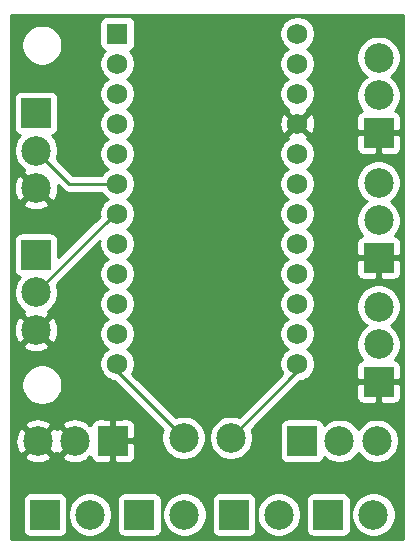
<source format=gtl>
G04 #@! TF.GenerationSoftware,KiCad,Pcbnew,(5.1.5-0-10_14)*
G04 #@! TF.CreationDate,2020-03-08T22:31:04+01:00*
G04 #@! TF.ProjectId,pro_micro_shield,70726f5f-6d69-4637-926f-5f736869656c,rev?*
G04 #@! TF.SameCoordinates,Original*
G04 #@! TF.FileFunction,Copper,L1,Top*
G04 #@! TF.FilePolarity,Positive*
%FSLAX46Y46*%
G04 Gerber Fmt 4.6, Leading zero omitted, Abs format (unit mm)*
G04 Created by KiCad (PCBNEW (5.1.5-0-10_14)) date 2020-03-08 22:31:04*
%MOMM*%
%LPD*%
G04 APERTURE LIST*
%ADD10C,2.499360*%
%ADD11C,1.752600*%
%ADD12R,1.752600X1.752600*%
%ADD13R,2.499360X2.499360*%
%ADD14C,0.250000*%
%ADD15C,0.254000*%
G04 APERTURE END LIST*
D10*
X176500000Y-107250000D03*
X172500000Y-107250000D03*
D11*
X182120000Y-73030000D03*
X166880000Y-100970000D03*
X182120000Y-75570000D03*
X182120000Y-78110000D03*
X182120000Y-80650000D03*
X182120000Y-83190000D03*
X182120000Y-85730000D03*
X182120000Y-88270000D03*
X182120000Y-90810000D03*
X182120000Y-93350000D03*
X182120000Y-95890000D03*
X182120000Y-98430000D03*
X182120000Y-100970000D03*
X166880000Y-98430000D03*
X166880000Y-95890000D03*
X166880000Y-93350000D03*
X166880000Y-90810000D03*
X166880000Y-88270000D03*
X166880000Y-85730000D03*
X166880000Y-83190000D03*
X166880000Y-80650000D03*
X166880000Y-78110000D03*
X166880000Y-75570000D03*
D12*
X166880000Y-73030000D03*
D10*
X160150000Y-107500000D03*
X163325000Y-107500000D03*
D13*
X166500000Y-107500000D03*
D10*
X164560000Y-113750000D03*
D13*
X160750000Y-113750000D03*
D10*
X189000000Y-96150000D03*
X189000000Y-99325000D03*
D13*
X189000000Y-102500000D03*
D10*
X189000000Y-85650000D03*
X189000000Y-88825000D03*
D13*
X189000000Y-92000000D03*
D10*
X189000000Y-75075000D03*
X189000000Y-78250000D03*
D13*
X189000000Y-81425000D03*
D10*
X160000000Y-98100000D03*
X160000000Y-94925000D03*
D13*
X160000000Y-91750000D03*
D10*
X160000000Y-86100000D03*
X160000000Y-82925000D03*
D13*
X160000000Y-79750000D03*
D10*
X188560000Y-113750000D03*
D13*
X184750000Y-113750000D03*
D10*
X180560000Y-113750000D03*
D13*
X176750000Y-113750000D03*
D10*
X172560000Y-113750000D03*
D13*
X168750000Y-113750000D03*
D10*
X188850000Y-107500000D03*
X185675000Y-107500000D03*
D13*
X182500000Y-107500000D03*
D14*
X162805000Y-85730000D02*
X166880000Y-85730000D01*
X160000000Y-82925000D02*
X162805000Y-85730000D01*
X166655000Y-88270000D02*
X166880000Y-88270000D01*
X160000000Y-94925000D02*
X166655000Y-88270000D01*
X166880000Y-101630000D02*
X166880000Y-100970000D01*
X172500000Y-107250000D02*
X166880000Y-101630000D01*
X182120000Y-101630000D02*
X182120000Y-100970000D01*
X176500000Y-107250000D02*
X182120000Y-101630000D01*
D15*
G36*
X191090001Y-73217572D02*
G01*
X191090000Y-73217582D01*
X191090001Y-115467572D01*
X191090000Y-115467582D01*
X191090000Y-115840000D01*
X157910000Y-115840000D01*
X157910000Y-112500320D01*
X158862248Y-112500320D01*
X158862248Y-114999680D01*
X158874508Y-115124162D01*
X158910818Y-115243860D01*
X158969783Y-115354174D01*
X159049135Y-115450865D01*
X159145826Y-115530217D01*
X159256140Y-115589182D01*
X159375838Y-115625492D01*
X159500320Y-115637752D01*
X161999680Y-115637752D01*
X162124162Y-115625492D01*
X162243860Y-115589182D01*
X162354174Y-115530217D01*
X162450865Y-115450865D01*
X162530217Y-115354174D01*
X162589182Y-115243860D01*
X162625492Y-115124162D01*
X162637752Y-114999680D01*
X162637752Y-113564375D01*
X162675320Y-113564375D01*
X162675320Y-113935625D01*
X162747747Y-114299741D01*
X162889818Y-114642731D01*
X163096074Y-114951413D01*
X163358587Y-115213926D01*
X163667269Y-115420182D01*
X164010259Y-115562253D01*
X164374375Y-115634680D01*
X164745625Y-115634680D01*
X165109741Y-115562253D01*
X165452731Y-115420182D01*
X165761413Y-115213926D01*
X166023926Y-114951413D01*
X166230182Y-114642731D01*
X166372253Y-114299741D01*
X166444680Y-113935625D01*
X166444680Y-113564375D01*
X166372253Y-113200259D01*
X166230182Y-112857269D01*
X166023926Y-112548587D01*
X165975659Y-112500320D01*
X166862248Y-112500320D01*
X166862248Y-114999680D01*
X166874508Y-115124162D01*
X166910818Y-115243860D01*
X166969783Y-115354174D01*
X167049135Y-115450865D01*
X167145826Y-115530217D01*
X167256140Y-115589182D01*
X167375838Y-115625492D01*
X167500320Y-115637752D01*
X169999680Y-115637752D01*
X170124162Y-115625492D01*
X170243860Y-115589182D01*
X170354174Y-115530217D01*
X170450865Y-115450865D01*
X170530217Y-115354174D01*
X170589182Y-115243860D01*
X170625492Y-115124162D01*
X170637752Y-114999680D01*
X170637752Y-113564375D01*
X170675320Y-113564375D01*
X170675320Y-113935625D01*
X170747747Y-114299741D01*
X170889818Y-114642731D01*
X171096074Y-114951413D01*
X171358587Y-115213926D01*
X171667269Y-115420182D01*
X172010259Y-115562253D01*
X172374375Y-115634680D01*
X172745625Y-115634680D01*
X173109741Y-115562253D01*
X173452731Y-115420182D01*
X173761413Y-115213926D01*
X174023926Y-114951413D01*
X174230182Y-114642731D01*
X174372253Y-114299741D01*
X174444680Y-113935625D01*
X174444680Y-113564375D01*
X174372253Y-113200259D01*
X174230182Y-112857269D01*
X174023926Y-112548587D01*
X173975659Y-112500320D01*
X174862248Y-112500320D01*
X174862248Y-114999680D01*
X174874508Y-115124162D01*
X174910818Y-115243860D01*
X174969783Y-115354174D01*
X175049135Y-115450865D01*
X175145826Y-115530217D01*
X175256140Y-115589182D01*
X175375838Y-115625492D01*
X175500320Y-115637752D01*
X177999680Y-115637752D01*
X178124162Y-115625492D01*
X178243860Y-115589182D01*
X178354174Y-115530217D01*
X178450865Y-115450865D01*
X178530217Y-115354174D01*
X178589182Y-115243860D01*
X178625492Y-115124162D01*
X178637752Y-114999680D01*
X178637752Y-113564375D01*
X178675320Y-113564375D01*
X178675320Y-113935625D01*
X178747747Y-114299741D01*
X178889818Y-114642731D01*
X179096074Y-114951413D01*
X179358587Y-115213926D01*
X179667269Y-115420182D01*
X180010259Y-115562253D01*
X180374375Y-115634680D01*
X180745625Y-115634680D01*
X181109741Y-115562253D01*
X181452731Y-115420182D01*
X181761413Y-115213926D01*
X182023926Y-114951413D01*
X182230182Y-114642731D01*
X182372253Y-114299741D01*
X182444680Y-113935625D01*
X182444680Y-113564375D01*
X182372253Y-113200259D01*
X182230182Y-112857269D01*
X182023926Y-112548587D01*
X181975659Y-112500320D01*
X182862248Y-112500320D01*
X182862248Y-114999680D01*
X182874508Y-115124162D01*
X182910818Y-115243860D01*
X182969783Y-115354174D01*
X183049135Y-115450865D01*
X183145826Y-115530217D01*
X183256140Y-115589182D01*
X183375838Y-115625492D01*
X183500320Y-115637752D01*
X185999680Y-115637752D01*
X186124162Y-115625492D01*
X186243860Y-115589182D01*
X186354174Y-115530217D01*
X186450865Y-115450865D01*
X186530217Y-115354174D01*
X186589182Y-115243860D01*
X186625492Y-115124162D01*
X186637752Y-114999680D01*
X186637752Y-113564375D01*
X186675320Y-113564375D01*
X186675320Y-113935625D01*
X186747747Y-114299741D01*
X186889818Y-114642731D01*
X187096074Y-114951413D01*
X187358587Y-115213926D01*
X187667269Y-115420182D01*
X188010259Y-115562253D01*
X188374375Y-115634680D01*
X188745625Y-115634680D01*
X189109741Y-115562253D01*
X189452731Y-115420182D01*
X189761413Y-115213926D01*
X190023926Y-114951413D01*
X190230182Y-114642731D01*
X190372253Y-114299741D01*
X190444680Y-113935625D01*
X190444680Y-113564375D01*
X190372253Y-113200259D01*
X190230182Y-112857269D01*
X190023926Y-112548587D01*
X189761413Y-112286074D01*
X189452731Y-112079818D01*
X189109741Y-111937747D01*
X188745625Y-111865320D01*
X188374375Y-111865320D01*
X188010259Y-111937747D01*
X187667269Y-112079818D01*
X187358587Y-112286074D01*
X187096074Y-112548587D01*
X186889818Y-112857269D01*
X186747747Y-113200259D01*
X186675320Y-113564375D01*
X186637752Y-113564375D01*
X186637752Y-112500320D01*
X186625492Y-112375838D01*
X186589182Y-112256140D01*
X186530217Y-112145826D01*
X186450865Y-112049135D01*
X186354174Y-111969783D01*
X186243860Y-111910818D01*
X186124162Y-111874508D01*
X185999680Y-111862248D01*
X183500320Y-111862248D01*
X183375838Y-111874508D01*
X183256140Y-111910818D01*
X183145826Y-111969783D01*
X183049135Y-112049135D01*
X182969783Y-112145826D01*
X182910818Y-112256140D01*
X182874508Y-112375838D01*
X182862248Y-112500320D01*
X181975659Y-112500320D01*
X181761413Y-112286074D01*
X181452731Y-112079818D01*
X181109741Y-111937747D01*
X180745625Y-111865320D01*
X180374375Y-111865320D01*
X180010259Y-111937747D01*
X179667269Y-112079818D01*
X179358587Y-112286074D01*
X179096074Y-112548587D01*
X178889818Y-112857269D01*
X178747747Y-113200259D01*
X178675320Y-113564375D01*
X178637752Y-113564375D01*
X178637752Y-112500320D01*
X178625492Y-112375838D01*
X178589182Y-112256140D01*
X178530217Y-112145826D01*
X178450865Y-112049135D01*
X178354174Y-111969783D01*
X178243860Y-111910818D01*
X178124162Y-111874508D01*
X177999680Y-111862248D01*
X175500320Y-111862248D01*
X175375838Y-111874508D01*
X175256140Y-111910818D01*
X175145826Y-111969783D01*
X175049135Y-112049135D01*
X174969783Y-112145826D01*
X174910818Y-112256140D01*
X174874508Y-112375838D01*
X174862248Y-112500320D01*
X173975659Y-112500320D01*
X173761413Y-112286074D01*
X173452731Y-112079818D01*
X173109741Y-111937747D01*
X172745625Y-111865320D01*
X172374375Y-111865320D01*
X172010259Y-111937747D01*
X171667269Y-112079818D01*
X171358587Y-112286074D01*
X171096074Y-112548587D01*
X170889818Y-112857269D01*
X170747747Y-113200259D01*
X170675320Y-113564375D01*
X170637752Y-113564375D01*
X170637752Y-112500320D01*
X170625492Y-112375838D01*
X170589182Y-112256140D01*
X170530217Y-112145826D01*
X170450865Y-112049135D01*
X170354174Y-111969783D01*
X170243860Y-111910818D01*
X170124162Y-111874508D01*
X169999680Y-111862248D01*
X167500320Y-111862248D01*
X167375838Y-111874508D01*
X167256140Y-111910818D01*
X167145826Y-111969783D01*
X167049135Y-112049135D01*
X166969783Y-112145826D01*
X166910818Y-112256140D01*
X166874508Y-112375838D01*
X166862248Y-112500320D01*
X165975659Y-112500320D01*
X165761413Y-112286074D01*
X165452731Y-112079818D01*
X165109741Y-111937747D01*
X164745625Y-111865320D01*
X164374375Y-111865320D01*
X164010259Y-111937747D01*
X163667269Y-112079818D01*
X163358587Y-112286074D01*
X163096074Y-112548587D01*
X162889818Y-112857269D01*
X162747747Y-113200259D01*
X162675320Y-113564375D01*
X162637752Y-113564375D01*
X162637752Y-112500320D01*
X162625492Y-112375838D01*
X162589182Y-112256140D01*
X162530217Y-112145826D01*
X162450865Y-112049135D01*
X162354174Y-111969783D01*
X162243860Y-111910818D01*
X162124162Y-111874508D01*
X161999680Y-111862248D01*
X159500320Y-111862248D01*
X159375838Y-111874508D01*
X159256140Y-111910818D01*
X159145826Y-111969783D01*
X159049135Y-112049135D01*
X158969783Y-112145826D01*
X158910818Y-112256140D01*
X158874508Y-112375838D01*
X158862248Y-112500320D01*
X157910000Y-112500320D01*
X157910000Y-108813377D01*
X159016229Y-108813377D01*
X159142104Y-109103315D01*
X159474262Y-109269139D01*
X159832387Y-109366975D01*
X160202719Y-109393065D01*
X160571025Y-109346405D01*
X160923151Y-109228789D01*
X161157896Y-109103315D01*
X161283771Y-108813377D01*
X160150000Y-107679605D01*
X159016229Y-108813377D01*
X157910000Y-108813377D01*
X157910000Y-107552719D01*
X158256935Y-107552719D01*
X158303595Y-107921025D01*
X158421211Y-108273151D01*
X158546685Y-108507896D01*
X158836623Y-108633771D01*
X159970395Y-107500000D01*
X160329605Y-107500000D01*
X161463377Y-108633771D01*
X161737500Y-108514762D01*
X162011623Y-108633771D01*
X163145395Y-107500000D01*
X162011623Y-106366229D01*
X161737500Y-106485238D01*
X161463377Y-106366229D01*
X160329605Y-107500000D01*
X159970395Y-107500000D01*
X158836623Y-106366229D01*
X158546685Y-106492104D01*
X158380861Y-106824262D01*
X158283025Y-107182387D01*
X158256935Y-107552719D01*
X157910000Y-107552719D01*
X157910000Y-106186623D01*
X159016229Y-106186623D01*
X160150000Y-107320395D01*
X161283771Y-106186623D01*
X162191229Y-106186623D01*
X163325000Y-107320395D01*
X163339142Y-107306252D01*
X163518748Y-107485858D01*
X163504605Y-107500000D01*
X163518748Y-107514142D01*
X163339142Y-107693748D01*
X163325000Y-107679605D01*
X162191229Y-108813377D01*
X162317104Y-109103315D01*
X162649262Y-109269139D01*
X163007387Y-109366975D01*
X163377719Y-109393065D01*
X163746025Y-109346405D01*
X164098151Y-109228789D01*
X164332896Y-109103315D01*
X164458770Y-108813378D01*
X164573880Y-108928488D01*
X164625369Y-108876999D01*
X164660818Y-108993860D01*
X164719783Y-109104174D01*
X164799135Y-109200865D01*
X164895826Y-109280217D01*
X165006140Y-109339182D01*
X165125838Y-109375492D01*
X165250320Y-109387752D01*
X166214250Y-109384680D01*
X166373000Y-109225930D01*
X166373000Y-107627000D01*
X166627000Y-107627000D01*
X166627000Y-109225930D01*
X166785750Y-109384680D01*
X167749680Y-109387752D01*
X167874162Y-109375492D01*
X167993860Y-109339182D01*
X168104174Y-109280217D01*
X168200865Y-109200865D01*
X168280217Y-109104174D01*
X168339182Y-108993860D01*
X168375492Y-108874162D01*
X168387752Y-108749680D01*
X168384680Y-107785750D01*
X168225930Y-107627000D01*
X166627000Y-107627000D01*
X166373000Y-107627000D01*
X166353000Y-107627000D01*
X166353000Y-107373000D01*
X166373000Y-107373000D01*
X166373000Y-105774070D01*
X166627000Y-105774070D01*
X166627000Y-107373000D01*
X168225930Y-107373000D01*
X168384680Y-107214250D01*
X168387752Y-106250320D01*
X168375492Y-106125838D01*
X168339182Y-106006140D01*
X168280217Y-105895826D01*
X168200865Y-105799135D01*
X168104174Y-105719783D01*
X167993860Y-105660818D01*
X167874162Y-105624508D01*
X167749680Y-105612248D01*
X166785750Y-105615320D01*
X166627000Y-105774070D01*
X166373000Y-105774070D01*
X166214250Y-105615320D01*
X165250320Y-105612248D01*
X165125838Y-105624508D01*
X165006140Y-105660818D01*
X164895826Y-105719783D01*
X164799135Y-105799135D01*
X164719783Y-105895826D01*
X164660818Y-106006140D01*
X164625369Y-106123001D01*
X164573880Y-106071512D01*
X164458770Y-106186622D01*
X164332896Y-105896685D01*
X164000738Y-105730861D01*
X163642613Y-105633025D01*
X163272281Y-105606935D01*
X162903975Y-105653595D01*
X162551849Y-105771211D01*
X162317104Y-105896685D01*
X162191229Y-106186623D01*
X161283771Y-106186623D01*
X161157896Y-105896685D01*
X160825738Y-105730861D01*
X160467613Y-105633025D01*
X160097281Y-105606935D01*
X159728975Y-105653595D01*
X159376849Y-105771211D01*
X159142104Y-105896685D01*
X159016229Y-106186623D01*
X157910000Y-106186623D01*
X157910000Y-102579117D01*
X158765000Y-102579117D01*
X158765000Y-102920883D01*
X158831675Y-103256081D01*
X158962463Y-103571831D01*
X159152337Y-103855998D01*
X159394002Y-104097663D01*
X159678169Y-104287537D01*
X159993919Y-104418325D01*
X160329117Y-104485000D01*
X160670883Y-104485000D01*
X161006081Y-104418325D01*
X161321831Y-104287537D01*
X161605998Y-104097663D01*
X161847663Y-103855998D01*
X162037537Y-103571831D01*
X162168325Y-103256081D01*
X162235000Y-102920883D01*
X162235000Y-102579117D01*
X162168325Y-102243919D01*
X162037537Y-101928169D01*
X161847663Y-101644002D01*
X161605998Y-101402337D01*
X161321831Y-101212463D01*
X161006081Y-101081675D01*
X160670883Y-101015000D01*
X160329117Y-101015000D01*
X159993919Y-101081675D01*
X159678169Y-101212463D01*
X159394002Y-101402337D01*
X159152337Y-101644002D01*
X158962463Y-101928169D01*
X158831675Y-102243919D01*
X158765000Y-102579117D01*
X157910000Y-102579117D01*
X157910000Y-99413377D01*
X158866229Y-99413377D01*
X158992104Y-99703315D01*
X159324262Y-99869139D01*
X159682387Y-99966975D01*
X160052719Y-99993065D01*
X160421025Y-99946405D01*
X160773151Y-99828789D01*
X161007896Y-99703315D01*
X161133771Y-99413377D01*
X160000000Y-98279605D01*
X158866229Y-99413377D01*
X157910000Y-99413377D01*
X157910000Y-98152719D01*
X158106935Y-98152719D01*
X158153595Y-98521025D01*
X158271211Y-98873151D01*
X158396685Y-99107896D01*
X158686623Y-99233771D01*
X159820395Y-98100000D01*
X160179605Y-98100000D01*
X161313377Y-99233771D01*
X161603315Y-99107896D01*
X161769139Y-98775738D01*
X161866975Y-98417613D01*
X161893065Y-98047281D01*
X161846405Y-97678975D01*
X161728789Y-97326849D01*
X161603315Y-97092104D01*
X161313377Y-96966229D01*
X160179605Y-98100000D01*
X159820395Y-98100000D01*
X158686623Y-96966229D01*
X158396685Y-97092104D01*
X158230861Y-97424262D01*
X158133025Y-97782387D01*
X158106935Y-98152719D01*
X157910000Y-98152719D01*
X157910000Y-87413377D01*
X158866229Y-87413377D01*
X158992104Y-87703315D01*
X159324262Y-87869139D01*
X159682387Y-87966975D01*
X160052719Y-87993065D01*
X160421025Y-87946405D01*
X160773151Y-87828789D01*
X161007896Y-87703315D01*
X161133771Y-87413377D01*
X160000000Y-86279605D01*
X158866229Y-87413377D01*
X157910000Y-87413377D01*
X157910000Y-86152719D01*
X158106935Y-86152719D01*
X158153595Y-86521025D01*
X158271211Y-86873151D01*
X158396685Y-87107896D01*
X158686623Y-87233771D01*
X159820395Y-86100000D01*
X158686623Y-84966229D01*
X158396685Y-85092104D01*
X158230861Y-85424262D01*
X158133025Y-85782387D01*
X158106935Y-86152719D01*
X157910000Y-86152719D01*
X157910000Y-78500320D01*
X158112248Y-78500320D01*
X158112248Y-80999680D01*
X158124508Y-81124162D01*
X158160818Y-81243860D01*
X158219783Y-81354174D01*
X158299135Y-81450865D01*
X158395826Y-81530217D01*
X158506140Y-81589182D01*
X158625838Y-81625492D01*
X158633422Y-81626239D01*
X158536074Y-81723587D01*
X158329818Y-82032269D01*
X158187747Y-82375259D01*
X158115320Y-82739375D01*
X158115320Y-83110625D01*
X158187747Y-83474741D01*
X158329818Y-83817731D01*
X158536074Y-84126413D01*
X158798587Y-84388926D01*
X158984853Y-84513386D01*
X158866229Y-84786623D01*
X160000000Y-85920395D01*
X160014142Y-85906252D01*
X160193748Y-86085858D01*
X160179605Y-86100000D01*
X161313377Y-87233771D01*
X161603315Y-87107896D01*
X161769139Y-86775738D01*
X161866975Y-86417613D01*
X161893065Y-86047281D01*
X161870665Y-85870467D01*
X162241201Y-86241003D01*
X162264999Y-86270001D01*
X162293997Y-86293799D01*
X162380723Y-86364974D01*
X162479203Y-86417613D01*
X162512753Y-86435546D01*
X162656014Y-86479003D01*
X162767667Y-86490000D01*
X162767676Y-86490000D01*
X162804999Y-86493676D01*
X162842322Y-86490000D01*
X165570190Y-86490000D01*
X165706096Y-86693398D01*
X165916602Y-86903904D01*
X166060420Y-87000000D01*
X165916602Y-87096096D01*
X165706096Y-87306602D01*
X165540703Y-87554131D01*
X165426778Y-87829170D01*
X165368700Y-88121150D01*
X165368700Y-88418850D01*
X165379094Y-88471104D01*
X161887752Y-91962447D01*
X161887752Y-90500320D01*
X161875492Y-90375838D01*
X161839182Y-90256140D01*
X161780217Y-90145826D01*
X161700865Y-90049135D01*
X161604174Y-89969783D01*
X161493860Y-89910818D01*
X161374162Y-89874508D01*
X161249680Y-89862248D01*
X158750320Y-89862248D01*
X158625838Y-89874508D01*
X158506140Y-89910818D01*
X158395826Y-89969783D01*
X158299135Y-90049135D01*
X158219783Y-90145826D01*
X158160818Y-90256140D01*
X158124508Y-90375838D01*
X158112248Y-90500320D01*
X158112248Y-92999680D01*
X158124508Y-93124162D01*
X158160818Y-93243860D01*
X158219783Y-93354174D01*
X158299135Y-93450865D01*
X158395826Y-93530217D01*
X158506140Y-93589182D01*
X158625838Y-93625492D01*
X158633422Y-93626239D01*
X158536074Y-93723587D01*
X158329818Y-94032269D01*
X158187747Y-94375259D01*
X158115320Y-94739375D01*
X158115320Y-95110625D01*
X158187747Y-95474741D01*
X158329818Y-95817731D01*
X158536074Y-96126413D01*
X158798587Y-96388926D01*
X158984853Y-96513386D01*
X158866229Y-96786623D01*
X160000000Y-97920395D01*
X161133771Y-96786623D01*
X161015147Y-96513386D01*
X161201413Y-96388926D01*
X161463926Y-96126413D01*
X161670182Y-95817731D01*
X161812253Y-95474741D01*
X161884680Y-95110625D01*
X161884680Y-94739375D01*
X161812253Y-94375259D01*
X161757274Y-94242527D01*
X165376161Y-90623641D01*
X165368700Y-90661150D01*
X165368700Y-90958850D01*
X165426778Y-91250830D01*
X165540703Y-91525869D01*
X165706096Y-91773398D01*
X165916602Y-91983904D01*
X166060420Y-92080000D01*
X165916602Y-92176096D01*
X165706096Y-92386602D01*
X165540703Y-92634131D01*
X165426778Y-92909170D01*
X165368700Y-93201150D01*
X165368700Y-93498850D01*
X165426778Y-93790830D01*
X165540703Y-94065869D01*
X165706096Y-94313398D01*
X165916602Y-94523904D01*
X166060420Y-94620000D01*
X165916602Y-94716096D01*
X165706096Y-94926602D01*
X165540703Y-95174131D01*
X165426778Y-95449170D01*
X165368700Y-95741150D01*
X165368700Y-96038850D01*
X165426778Y-96330830D01*
X165540703Y-96605869D01*
X165706096Y-96853398D01*
X165916602Y-97063904D01*
X166060420Y-97160000D01*
X165916602Y-97256096D01*
X165706096Y-97466602D01*
X165540703Y-97714131D01*
X165426778Y-97989170D01*
X165368700Y-98281150D01*
X165368700Y-98578850D01*
X165426778Y-98870830D01*
X165540703Y-99145869D01*
X165706096Y-99393398D01*
X165916602Y-99603904D01*
X166060420Y-99700000D01*
X165916602Y-99796096D01*
X165706096Y-100006602D01*
X165540703Y-100254131D01*
X165426778Y-100529170D01*
X165368700Y-100821150D01*
X165368700Y-101118850D01*
X165426778Y-101410830D01*
X165540703Y-101685869D01*
X165706096Y-101933398D01*
X165916602Y-102143904D01*
X166164131Y-102309297D01*
X166439170Y-102423222D01*
X166637963Y-102462764D01*
X170742726Y-106567528D01*
X170687747Y-106700259D01*
X170615320Y-107064375D01*
X170615320Y-107435625D01*
X170687747Y-107799741D01*
X170829818Y-108142731D01*
X171036074Y-108451413D01*
X171298587Y-108713926D01*
X171607269Y-108920182D01*
X171950259Y-109062253D01*
X172314375Y-109134680D01*
X172685625Y-109134680D01*
X173049741Y-109062253D01*
X173392731Y-108920182D01*
X173701413Y-108713926D01*
X173963926Y-108451413D01*
X174170182Y-108142731D01*
X174312253Y-107799741D01*
X174384680Y-107435625D01*
X174384680Y-107064375D01*
X174615320Y-107064375D01*
X174615320Y-107435625D01*
X174687747Y-107799741D01*
X174829818Y-108142731D01*
X175036074Y-108451413D01*
X175298587Y-108713926D01*
X175607269Y-108920182D01*
X175950259Y-109062253D01*
X176314375Y-109134680D01*
X176685625Y-109134680D01*
X177049741Y-109062253D01*
X177392731Y-108920182D01*
X177701413Y-108713926D01*
X177963926Y-108451413D01*
X178170182Y-108142731D01*
X178312253Y-107799741D01*
X178384680Y-107435625D01*
X178384680Y-107064375D01*
X178312253Y-106700259D01*
X178257274Y-106567527D01*
X178574481Y-106250320D01*
X180612248Y-106250320D01*
X180612248Y-108749680D01*
X180624508Y-108874162D01*
X180660818Y-108993860D01*
X180719783Y-109104174D01*
X180799135Y-109200865D01*
X180895826Y-109280217D01*
X181006140Y-109339182D01*
X181125838Y-109375492D01*
X181250320Y-109387752D01*
X183749680Y-109387752D01*
X183874162Y-109375492D01*
X183993860Y-109339182D01*
X184104174Y-109280217D01*
X184200865Y-109200865D01*
X184280217Y-109104174D01*
X184339182Y-108993860D01*
X184375492Y-108874162D01*
X184376239Y-108866578D01*
X184473587Y-108963926D01*
X184782269Y-109170182D01*
X185125259Y-109312253D01*
X185489375Y-109384680D01*
X185860625Y-109384680D01*
X186224741Y-109312253D01*
X186567731Y-109170182D01*
X186876413Y-108963926D01*
X187138926Y-108701413D01*
X187262500Y-108516473D01*
X187386074Y-108701413D01*
X187648587Y-108963926D01*
X187957269Y-109170182D01*
X188300259Y-109312253D01*
X188664375Y-109384680D01*
X189035625Y-109384680D01*
X189399741Y-109312253D01*
X189742731Y-109170182D01*
X190051413Y-108963926D01*
X190313926Y-108701413D01*
X190520182Y-108392731D01*
X190662253Y-108049741D01*
X190734680Y-107685625D01*
X190734680Y-107314375D01*
X190662253Y-106950259D01*
X190520182Y-106607269D01*
X190313926Y-106298587D01*
X190051413Y-106036074D01*
X189742731Y-105829818D01*
X189399741Y-105687747D01*
X189035625Y-105615320D01*
X188664375Y-105615320D01*
X188300259Y-105687747D01*
X187957269Y-105829818D01*
X187648587Y-106036074D01*
X187386074Y-106298587D01*
X187262500Y-106483527D01*
X187138926Y-106298587D01*
X186876413Y-106036074D01*
X186567731Y-105829818D01*
X186224741Y-105687747D01*
X185860625Y-105615320D01*
X185489375Y-105615320D01*
X185125259Y-105687747D01*
X184782269Y-105829818D01*
X184473587Y-106036074D01*
X184376239Y-106133422D01*
X184375492Y-106125838D01*
X184339182Y-106006140D01*
X184280217Y-105895826D01*
X184200865Y-105799135D01*
X184104174Y-105719783D01*
X183993860Y-105660818D01*
X183874162Y-105624508D01*
X183749680Y-105612248D01*
X181250320Y-105612248D01*
X181125838Y-105624508D01*
X181006140Y-105660818D01*
X180895826Y-105719783D01*
X180799135Y-105799135D01*
X180719783Y-105895826D01*
X180660818Y-106006140D01*
X180624508Y-106125838D01*
X180612248Y-106250320D01*
X178574481Y-106250320D01*
X181075121Y-103749680D01*
X187112248Y-103749680D01*
X187124508Y-103874162D01*
X187160818Y-103993860D01*
X187219783Y-104104174D01*
X187299135Y-104200865D01*
X187395826Y-104280217D01*
X187506140Y-104339182D01*
X187625838Y-104375492D01*
X187750320Y-104387752D01*
X188714250Y-104384680D01*
X188873000Y-104225930D01*
X188873000Y-102627000D01*
X189127000Y-102627000D01*
X189127000Y-104225930D01*
X189285750Y-104384680D01*
X190249680Y-104387752D01*
X190374162Y-104375492D01*
X190493860Y-104339182D01*
X190604174Y-104280217D01*
X190700865Y-104200865D01*
X190780217Y-104104174D01*
X190839182Y-103993860D01*
X190875492Y-103874162D01*
X190887752Y-103749680D01*
X190884680Y-102785750D01*
X190725930Y-102627000D01*
X189127000Y-102627000D01*
X188873000Y-102627000D01*
X187274070Y-102627000D01*
X187115320Y-102785750D01*
X187112248Y-103749680D01*
X181075121Y-103749680D01*
X182362038Y-102462764D01*
X182560830Y-102423222D01*
X182835869Y-102309297D01*
X183083398Y-102143904D01*
X183293904Y-101933398D01*
X183459297Y-101685869D01*
X183573222Y-101410830D01*
X183605149Y-101250320D01*
X187112248Y-101250320D01*
X187115320Y-102214250D01*
X187274070Y-102373000D01*
X188873000Y-102373000D01*
X188873000Y-102353000D01*
X189127000Y-102353000D01*
X189127000Y-102373000D01*
X190725930Y-102373000D01*
X190884680Y-102214250D01*
X190887752Y-101250320D01*
X190875492Y-101125838D01*
X190839182Y-101006140D01*
X190780217Y-100895826D01*
X190700865Y-100799135D01*
X190604174Y-100719783D01*
X190493860Y-100660818D01*
X190374162Y-100624508D01*
X190366578Y-100623761D01*
X190463926Y-100526413D01*
X190670182Y-100217731D01*
X190812253Y-99874741D01*
X190884680Y-99510625D01*
X190884680Y-99139375D01*
X190812253Y-98775259D01*
X190670182Y-98432269D01*
X190463926Y-98123587D01*
X190201413Y-97861074D01*
X190016473Y-97737500D01*
X190201413Y-97613926D01*
X190463926Y-97351413D01*
X190670182Y-97042731D01*
X190812253Y-96699741D01*
X190884680Y-96335625D01*
X190884680Y-95964375D01*
X190812253Y-95600259D01*
X190670182Y-95257269D01*
X190463926Y-94948587D01*
X190201413Y-94686074D01*
X189892731Y-94479818D01*
X189549741Y-94337747D01*
X189185625Y-94265320D01*
X188814375Y-94265320D01*
X188450259Y-94337747D01*
X188107269Y-94479818D01*
X187798587Y-94686074D01*
X187536074Y-94948587D01*
X187329818Y-95257269D01*
X187187747Y-95600259D01*
X187115320Y-95964375D01*
X187115320Y-96335625D01*
X187187747Y-96699741D01*
X187329818Y-97042731D01*
X187536074Y-97351413D01*
X187798587Y-97613926D01*
X187983527Y-97737500D01*
X187798587Y-97861074D01*
X187536074Y-98123587D01*
X187329818Y-98432269D01*
X187187747Y-98775259D01*
X187115320Y-99139375D01*
X187115320Y-99510625D01*
X187187747Y-99874741D01*
X187329818Y-100217731D01*
X187536074Y-100526413D01*
X187633422Y-100623761D01*
X187625838Y-100624508D01*
X187506140Y-100660818D01*
X187395826Y-100719783D01*
X187299135Y-100799135D01*
X187219783Y-100895826D01*
X187160818Y-101006140D01*
X187124508Y-101125838D01*
X187112248Y-101250320D01*
X183605149Y-101250320D01*
X183631300Y-101118850D01*
X183631300Y-100821150D01*
X183573222Y-100529170D01*
X183459297Y-100254131D01*
X183293904Y-100006602D01*
X183083398Y-99796096D01*
X182939580Y-99700000D01*
X183083398Y-99603904D01*
X183293904Y-99393398D01*
X183459297Y-99145869D01*
X183573222Y-98870830D01*
X183631300Y-98578850D01*
X183631300Y-98281150D01*
X183573222Y-97989170D01*
X183459297Y-97714131D01*
X183293904Y-97466602D01*
X183083398Y-97256096D01*
X182939580Y-97160000D01*
X183083398Y-97063904D01*
X183293904Y-96853398D01*
X183459297Y-96605869D01*
X183573222Y-96330830D01*
X183631300Y-96038850D01*
X183631300Y-95741150D01*
X183573222Y-95449170D01*
X183459297Y-95174131D01*
X183293904Y-94926602D01*
X183083398Y-94716096D01*
X182939580Y-94620000D01*
X183083398Y-94523904D01*
X183293904Y-94313398D01*
X183459297Y-94065869D01*
X183573222Y-93790830D01*
X183631300Y-93498850D01*
X183631300Y-93249680D01*
X187112248Y-93249680D01*
X187124508Y-93374162D01*
X187160818Y-93493860D01*
X187219783Y-93604174D01*
X187299135Y-93700865D01*
X187395826Y-93780217D01*
X187506140Y-93839182D01*
X187625838Y-93875492D01*
X187750320Y-93887752D01*
X188714250Y-93884680D01*
X188873000Y-93725930D01*
X188873000Y-92127000D01*
X189127000Y-92127000D01*
X189127000Y-93725930D01*
X189285750Y-93884680D01*
X190249680Y-93887752D01*
X190374162Y-93875492D01*
X190493860Y-93839182D01*
X190604174Y-93780217D01*
X190700865Y-93700865D01*
X190780217Y-93604174D01*
X190839182Y-93493860D01*
X190875492Y-93374162D01*
X190887752Y-93249680D01*
X190884680Y-92285750D01*
X190725930Y-92127000D01*
X189127000Y-92127000D01*
X188873000Y-92127000D01*
X187274070Y-92127000D01*
X187115320Y-92285750D01*
X187112248Y-93249680D01*
X183631300Y-93249680D01*
X183631300Y-93201150D01*
X183573222Y-92909170D01*
X183459297Y-92634131D01*
X183293904Y-92386602D01*
X183083398Y-92176096D01*
X182939580Y-92080000D01*
X183083398Y-91983904D01*
X183293904Y-91773398D01*
X183459297Y-91525869D01*
X183573222Y-91250830D01*
X183631300Y-90958850D01*
X183631300Y-90750320D01*
X187112248Y-90750320D01*
X187115320Y-91714250D01*
X187274070Y-91873000D01*
X188873000Y-91873000D01*
X188873000Y-91853000D01*
X189127000Y-91853000D01*
X189127000Y-91873000D01*
X190725930Y-91873000D01*
X190884680Y-91714250D01*
X190887752Y-90750320D01*
X190875492Y-90625838D01*
X190839182Y-90506140D01*
X190780217Y-90395826D01*
X190700865Y-90299135D01*
X190604174Y-90219783D01*
X190493860Y-90160818D01*
X190374162Y-90124508D01*
X190366578Y-90123761D01*
X190463926Y-90026413D01*
X190670182Y-89717731D01*
X190812253Y-89374741D01*
X190884680Y-89010625D01*
X190884680Y-88639375D01*
X190812253Y-88275259D01*
X190670182Y-87932269D01*
X190463926Y-87623587D01*
X190201413Y-87361074D01*
X190016473Y-87237500D01*
X190201413Y-87113926D01*
X190463926Y-86851413D01*
X190670182Y-86542731D01*
X190812253Y-86199741D01*
X190884680Y-85835625D01*
X190884680Y-85464375D01*
X190812253Y-85100259D01*
X190670182Y-84757269D01*
X190463926Y-84448587D01*
X190201413Y-84186074D01*
X189892731Y-83979818D01*
X189549741Y-83837747D01*
X189185625Y-83765320D01*
X188814375Y-83765320D01*
X188450259Y-83837747D01*
X188107269Y-83979818D01*
X187798587Y-84186074D01*
X187536074Y-84448587D01*
X187329818Y-84757269D01*
X187187747Y-85100259D01*
X187115320Y-85464375D01*
X187115320Y-85835625D01*
X187187747Y-86199741D01*
X187329818Y-86542731D01*
X187536074Y-86851413D01*
X187798587Y-87113926D01*
X187983527Y-87237500D01*
X187798587Y-87361074D01*
X187536074Y-87623587D01*
X187329818Y-87932269D01*
X187187747Y-88275259D01*
X187115320Y-88639375D01*
X187115320Y-89010625D01*
X187187747Y-89374741D01*
X187329818Y-89717731D01*
X187536074Y-90026413D01*
X187633422Y-90123761D01*
X187625838Y-90124508D01*
X187506140Y-90160818D01*
X187395826Y-90219783D01*
X187299135Y-90299135D01*
X187219783Y-90395826D01*
X187160818Y-90506140D01*
X187124508Y-90625838D01*
X187112248Y-90750320D01*
X183631300Y-90750320D01*
X183631300Y-90661150D01*
X183573222Y-90369170D01*
X183459297Y-90094131D01*
X183293904Y-89846602D01*
X183083398Y-89636096D01*
X182939580Y-89540000D01*
X183083398Y-89443904D01*
X183293904Y-89233398D01*
X183459297Y-88985869D01*
X183573222Y-88710830D01*
X183631300Y-88418850D01*
X183631300Y-88121150D01*
X183573222Y-87829170D01*
X183459297Y-87554131D01*
X183293904Y-87306602D01*
X183083398Y-87096096D01*
X182939580Y-87000000D01*
X183083398Y-86903904D01*
X183293904Y-86693398D01*
X183459297Y-86445869D01*
X183573222Y-86170830D01*
X183631300Y-85878850D01*
X183631300Y-85581150D01*
X183573222Y-85289170D01*
X183459297Y-85014131D01*
X183293904Y-84766602D01*
X183083398Y-84556096D01*
X182939580Y-84460000D01*
X183083398Y-84363904D01*
X183293904Y-84153398D01*
X183459297Y-83905869D01*
X183573222Y-83630830D01*
X183631300Y-83338850D01*
X183631300Y-83041150D01*
X183573222Y-82749170D01*
X183542368Y-82674680D01*
X187112248Y-82674680D01*
X187124508Y-82799162D01*
X187160818Y-82918860D01*
X187219783Y-83029174D01*
X187299135Y-83125865D01*
X187395826Y-83205217D01*
X187506140Y-83264182D01*
X187625838Y-83300492D01*
X187750320Y-83312752D01*
X188714250Y-83309680D01*
X188873000Y-83150930D01*
X188873000Y-81552000D01*
X189127000Y-81552000D01*
X189127000Y-83150930D01*
X189285750Y-83309680D01*
X190249680Y-83312752D01*
X190374162Y-83300492D01*
X190493860Y-83264182D01*
X190604174Y-83205217D01*
X190700865Y-83125865D01*
X190780217Y-83029174D01*
X190839182Y-82918860D01*
X190875492Y-82799162D01*
X190887752Y-82674680D01*
X190884680Y-81710750D01*
X190725930Y-81552000D01*
X189127000Y-81552000D01*
X188873000Y-81552000D01*
X187274070Y-81552000D01*
X187115320Y-81710750D01*
X187112248Y-82674680D01*
X183542368Y-82674680D01*
X183459297Y-82474131D01*
X183293904Y-82226602D01*
X183083398Y-82016096D01*
X182920191Y-81907045D01*
X182987563Y-81697169D01*
X182120000Y-80829605D01*
X181252437Y-81697169D01*
X181319809Y-81907045D01*
X181156602Y-82016096D01*
X180946096Y-82226602D01*
X180780703Y-82474131D01*
X180666778Y-82749170D01*
X180608700Y-83041150D01*
X180608700Y-83338850D01*
X180666778Y-83630830D01*
X180780703Y-83905869D01*
X180946096Y-84153398D01*
X181156602Y-84363904D01*
X181300420Y-84460000D01*
X181156602Y-84556096D01*
X180946096Y-84766602D01*
X180780703Y-85014131D01*
X180666778Y-85289170D01*
X180608700Y-85581150D01*
X180608700Y-85878850D01*
X180666778Y-86170830D01*
X180780703Y-86445869D01*
X180946096Y-86693398D01*
X181156602Y-86903904D01*
X181300420Y-87000000D01*
X181156602Y-87096096D01*
X180946096Y-87306602D01*
X180780703Y-87554131D01*
X180666778Y-87829170D01*
X180608700Y-88121150D01*
X180608700Y-88418850D01*
X180666778Y-88710830D01*
X180780703Y-88985869D01*
X180946096Y-89233398D01*
X181156602Y-89443904D01*
X181300420Y-89540000D01*
X181156602Y-89636096D01*
X180946096Y-89846602D01*
X180780703Y-90094131D01*
X180666778Y-90369170D01*
X180608700Y-90661150D01*
X180608700Y-90958850D01*
X180666778Y-91250830D01*
X180780703Y-91525869D01*
X180946096Y-91773398D01*
X181156602Y-91983904D01*
X181300420Y-92080000D01*
X181156602Y-92176096D01*
X180946096Y-92386602D01*
X180780703Y-92634131D01*
X180666778Y-92909170D01*
X180608700Y-93201150D01*
X180608700Y-93498850D01*
X180666778Y-93790830D01*
X180780703Y-94065869D01*
X180946096Y-94313398D01*
X181156602Y-94523904D01*
X181300420Y-94620000D01*
X181156602Y-94716096D01*
X180946096Y-94926602D01*
X180780703Y-95174131D01*
X180666778Y-95449170D01*
X180608700Y-95741150D01*
X180608700Y-96038850D01*
X180666778Y-96330830D01*
X180780703Y-96605869D01*
X180946096Y-96853398D01*
X181156602Y-97063904D01*
X181300420Y-97160000D01*
X181156602Y-97256096D01*
X180946096Y-97466602D01*
X180780703Y-97714131D01*
X180666778Y-97989170D01*
X180608700Y-98281150D01*
X180608700Y-98578850D01*
X180666778Y-98870830D01*
X180780703Y-99145869D01*
X180946096Y-99393398D01*
X181156602Y-99603904D01*
X181300420Y-99700000D01*
X181156602Y-99796096D01*
X180946096Y-100006602D01*
X180780703Y-100254131D01*
X180666778Y-100529170D01*
X180608700Y-100821150D01*
X180608700Y-101118850D01*
X180666778Y-101410830D01*
X180780703Y-101685869D01*
X180864267Y-101810931D01*
X177182473Y-105492726D01*
X177049741Y-105437747D01*
X176685625Y-105365320D01*
X176314375Y-105365320D01*
X175950259Y-105437747D01*
X175607269Y-105579818D01*
X175298587Y-105786074D01*
X175036074Y-106048587D01*
X174829818Y-106357269D01*
X174687747Y-106700259D01*
X174615320Y-107064375D01*
X174384680Y-107064375D01*
X174312253Y-106700259D01*
X174170182Y-106357269D01*
X173963926Y-106048587D01*
X173701413Y-105786074D01*
X173392731Y-105579818D01*
X173049741Y-105437747D01*
X172685625Y-105365320D01*
X172314375Y-105365320D01*
X171950259Y-105437747D01*
X171817528Y-105492726D01*
X168135733Y-101810932D01*
X168219297Y-101685869D01*
X168333222Y-101410830D01*
X168391300Y-101118850D01*
X168391300Y-100821150D01*
X168333222Y-100529170D01*
X168219297Y-100254131D01*
X168053904Y-100006602D01*
X167843398Y-99796096D01*
X167699580Y-99700000D01*
X167843398Y-99603904D01*
X168053904Y-99393398D01*
X168219297Y-99145869D01*
X168333222Y-98870830D01*
X168391300Y-98578850D01*
X168391300Y-98281150D01*
X168333222Y-97989170D01*
X168219297Y-97714131D01*
X168053904Y-97466602D01*
X167843398Y-97256096D01*
X167699580Y-97160000D01*
X167843398Y-97063904D01*
X168053904Y-96853398D01*
X168219297Y-96605869D01*
X168333222Y-96330830D01*
X168391300Y-96038850D01*
X168391300Y-95741150D01*
X168333222Y-95449170D01*
X168219297Y-95174131D01*
X168053904Y-94926602D01*
X167843398Y-94716096D01*
X167699580Y-94620000D01*
X167843398Y-94523904D01*
X168053904Y-94313398D01*
X168219297Y-94065869D01*
X168333222Y-93790830D01*
X168391300Y-93498850D01*
X168391300Y-93201150D01*
X168333222Y-92909170D01*
X168219297Y-92634131D01*
X168053904Y-92386602D01*
X167843398Y-92176096D01*
X167699580Y-92080000D01*
X167843398Y-91983904D01*
X168053904Y-91773398D01*
X168219297Y-91525869D01*
X168333222Y-91250830D01*
X168391300Y-90958850D01*
X168391300Y-90661150D01*
X168333222Y-90369170D01*
X168219297Y-90094131D01*
X168053904Y-89846602D01*
X167843398Y-89636096D01*
X167699580Y-89540000D01*
X167843398Y-89443904D01*
X168053904Y-89233398D01*
X168219297Y-88985869D01*
X168333222Y-88710830D01*
X168391300Y-88418850D01*
X168391300Y-88121150D01*
X168333222Y-87829170D01*
X168219297Y-87554131D01*
X168053904Y-87306602D01*
X167843398Y-87096096D01*
X167699580Y-87000000D01*
X167843398Y-86903904D01*
X168053904Y-86693398D01*
X168219297Y-86445869D01*
X168333222Y-86170830D01*
X168391300Y-85878850D01*
X168391300Y-85581150D01*
X168333222Y-85289170D01*
X168219297Y-85014131D01*
X168053904Y-84766602D01*
X167843398Y-84556096D01*
X167699580Y-84460000D01*
X167843398Y-84363904D01*
X168053904Y-84153398D01*
X168219297Y-83905869D01*
X168333222Y-83630830D01*
X168391300Y-83338850D01*
X168391300Y-83041150D01*
X168333222Y-82749170D01*
X168219297Y-82474131D01*
X168053904Y-82226602D01*
X167843398Y-82016096D01*
X167699580Y-81920000D01*
X167843398Y-81823904D01*
X168053904Y-81613398D01*
X168219297Y-81365869D01*
X168333222Y-81090830D01*
X168391300Y-80798850D01*
X168391300Y-80717491D01*
X180602887Y-80717491D01*
X180645204Y-81012167D01*
X180744198Y-81292927D01*
X180821071Y-81436746D01*
X181072831Y-81517563D01*
X181940395Y-80650000D01*
X182299605Y-80650000D01*
X183167169Y-81517563D01*
X183418929Y-81436746D01*
X183547457Y-81168221D01*
X183621129Y-80879781D01*
X183637113Y-80582509D01*
X183594796Y-80287833D01*
X183555125Y-80175320D01*
X187112248Y-80175320D01*
X187115320Y-81139250D01*
X187274070Y-81298000D01*
X188873000Y-81298000D01*
X188873000Y-81278000D01*
X189127000Y-81278000D01*
X189127000Y-81298000D01*
X190725930Y-81298000D01*
X190884680Y-81139250D01*
X190887752Y-80175320D01*
X190875492Y-80050838D01*
X190839182Y-79931140D01*
X190780217Y-79820826D01*
X190700865Y-79724135D01*
X190604174Y-79644783D01*
X190493860Y-79585818D01*
X190374162Y-79549508D01*
X190366578Y-79548761D01*
X190463926Y-79451413D01*
X190670182Y-79142731D01*
X190812253Y-78799741D01*
X190884680Y-78435625D01*
X190884680Y-78064375D01*
X190812253Y-77700259D01*
X190670182Y-77357269D01*
X190463926Y-77048587D01*
X190201413Y-76786074D01*
X190016473Y-76662500D01*
X190201413Y-76538926D01*
X190463926Y-76276413D01*
X190670182Y-75967731D01*
X190812253Y-75624741D01*
X190884680Y-75260625D01*
X190884680Y-74889375D01*
X190812253Y-74525259D01*
X190670182Y-74182269D01*
X190463926Y-73873587D01*
X190201413Y-73611074D01*
X189892731Y-73404818D01*
X189549741Y-73262747D01*
X189185625Y-73190320D01*
X188814375Y-73190320D01*
X188450259Y-73262747D01*
X188107269Y-73404818D01*
X187798587Y-73611074D01*
X187536074Y-73873587D01*
X187329818Y-74182269D01*
X187187747Y-74525259D01*
X187115320Y-74889375D01*
X187115320Y-75260625D01*
X187187747Y-75624741D01*
X187329818Y-75967731D01*
X187536074Y-76276413D01*
X187798587Y-76538926D01*
X187983527Y-76662500D01*
X187798587Y-76786074D01*
X187536074Y-77048587D01*
X187329818Y-77357269D01*
X187187747Y-77700259D01*
X187115320Y-78064375D01*
X187115320Y-78435625D01*
X187187747Y-78799741D01*
X187329818Y-79142731D01*
X187536074Y-79451413D01*
X187633422Y-79548761D01*
X187625838Y-79549508D01*
X187506140Y-79585818D01*
X187395826Y-79644783D01*
X187299135Y-79724135D01*
X187219783Y-79820826D01*
X187160818Y-79931140D01*
X187124508Y-80050838D01*
X187112248Y-80175320D01*
X183555125Y-80175320D01*
X183495802Y-80007073D01*
X183418929Y-79863254D01*
X183167169Y-79782437D01*
X182299605Y-80650000D01*
X181940395Y-80650000D01*
X181072831Y-79782437D01*
X180821071Y-79863254D01*
X180692543Y-80131779D01*
X180618871Y-80420219D01*
X180602887Y-80717491D01*
X168391300Y-80717491D01*
X168391300Y-80501150D01*
X168333222Y-80209170D01*
X168219297Y-79934131D01*
X168053904Y-79686602D01*
X167843398Y-79476096D01*
X167699580Y-79380000D01*
X167843398Y-79283904D01*
X168053904Y-79073398D01*
X168219297Y-78825869D01*
X168333222Y-78550830D01*
X168391300Y-78258850D01*
X168391300Y-77961150D01*
X168333222Y-77669170D01*
X168219297Y-77394131D01*
X168053904Y-77146602D01*
X167843398Y-76936096D01*
X167699580Y-76840000D01*
X167843398Y-76743904D01*
X168053904Y-76533398D01*
X168219297Y-76285869D01*
X168333222Y-76010830D01*
X168391300Y-75718850D01*
X168391300Y-75421150D01*
X168333222Y-75129170D01*
X168219297Y-74854131D01*
X168053904Y-74606602D01*
X167956458Y-74509156D01*
X168000480Y-74495802D01*
X168110794Y-74436837D01*
X168207485Y-74357485D01*
X168286837Y-74260794D01*
X168345802Y-74150480D01*
X168382112Y-74030782D01*
X168394372Y-73906300D01*
X168394372Y-72881150D01*
X180608700Y-72881150D01*
X180608700Y-73178850D01*
X180666778Y-73470830D01*
X180780703Y-73745869D01*
X180946096Y-73993398D01*
X181156602Y-74203904D01*
X181300420Y-74300000D01*
X181156602Y-74396096D01*
X180946096Y-74606602D01*
X180780703Y-74854131D01*
X180666778Y-75129170D01*
X180608700Y-75421150D01*
X180608700Y-75718850D01*
X180666778Y-76010830D01*
X180780703Y-76285869D01*
X180946096Y-76533398D01*
X181156602Y-76743904D01*
X181300420Y-76840000D01*
X181156602Y-76936096D01*
X180946096Y-77146602D01*
X180780703Y-77394131D01*
X180666778Y-77669170D01*
X180608700Y-77961150D01*
X180608700Y-78258850D01*
X180666778Y-78550830D01*
X180780703Y-78825869D01*
X180946096Y-79073398D01*
X181156602Y-79283904D01*
X181319809Y-79392955D01*
X181252437Y-79602831D01*
X182120000Y-80470395D01*
X182987563Y-79602831D01*
X182920191Y-79392955D01*
X183083398Y-79283904D01*
X183293904Y-79073398D01*
X183459297Y-78825869D01*
X183573222Y-78550830D01*
X183631300Y-78258850D01*
X183631300Y-77961150D01*
X183573222Y-77669170D01*
X183459297Y-77394131D01*
X183293904Y-77146602D01*
X183083398Y-76936096D01*
X182939580Y-76840000D01*
X183083398Y-76743904D01*
X183293904Y-76533398D01*
X183459297Y-76285869D01*
X183573222Y-76010830D01*
X183631300Y-75718850D01*
X183631300Y-75421150D01*
X183573222Y-75129170D01*
X183459297Y-74854131D01*
X183293904Y-74606602D01*
X183083398Y-74396096D01*
X182939580Y-74300000D01*
X183083398Y-74203904D01*
X183293904Y-73993398D01*
X183459297Y-73745869D01*
X183573222Y-73470830D01*
X183631300Y-73178850D01*
X183631300Y-72881150D01*
X183573222Y-72589170D01*
X183459297Y-72314131D01*
X183293904Y-72066602D01*
X183083398Y-71856096D01*
X182835869Y-71690703D01*
X182560830Y-71576778D01*
X182268850Y-71518700D01*
X181971150Y-71518700D01*
X181679170Y-71576778D01*
X181404131Y-71690703D01*
X181156602Y-71856096D01*
X180946096Y-72066602D01*
X180780703Y-72314131D01*
X180666778Y-72589170D01*
X180608700Y-72881150D01*
X168394372Y-72881150D01*
X168394372Y-72153700D01*
X168382112Y-72029218D01*
X168345802Y-71909520D01*
X168286837Y-71799206D01*
X168207485Y-71702515D01*
X168110794Y-71623163D01*
X168000480Y-71564198D01*
X167880782Y-71527888D01*
X167756300Y-71515628D01*
X166003700Y-71515628D01*
X165879218Y-71527888D01*
X165759520Y-71564198D01*
X165649206Y-71623163D01*
X165552515Y-71702515D01*
X165473163Y-71799206D01*
X165414198Y-71909520D01*
X165377888Y-72029218D01*
X165365628Y-72153700D01*
X165365628Y-73906300D01*
X165377888Y-74030782D01*
X165414198Y-74150480D01*
X165473163Y-74260794D01*
X165552515Y-74357485D01*
X165649206Y-74436837D01*
X165759520Y-74495802D01*
X165803542Y-74509156D01*
X165706096Y-74606602D01*
X165540703Y-74854131D01*
X165426778Y-75129170D01*
X165368700Y-75421150D01*
X165368700Y-75718850D01*
X165426778Y-76010830D01*
X165540703Y-76285869D01*
X165706096Y-76533398D01*
X165916602Y-76743904D01*
X166060420Y-76840000D01*
X165916602Y-76936096D01*
X165706096Y-77146602D01*
X165540703Y-77394131D01*
X165426778Y-77669170D01*
X165368700Y-77961150D01*
X165368700Y-78258850D01*
X165426778Y-78550830D01*
X165540703Y-78825869D01*
X165706096Y-79073398D01*
X165916602Y-79283904D01*
X166060420Y-79380000D01*
X165916602Y-79476096D01*
X165706096Y-79686602D01*
X165540703Y-79934131D01*
X165426778Y-80209170D01*
X165368700Y-80501150D01*
X165368700Y-80798850D01*
X165426778Y-81090830D01*
X165540703Y-81365869D01*
X165706096Y-81613398D01*
X165916602Y-81823904D01*
X166060420Y-81920000D01*
X165916602Y-82016096D01*
X165706096Y-82226602D01*
X165540703Y-82474131D01*
X165426778Y-82749170D01*
X165368700Y-83041150D01*
X165368700Y-83338850D01*
X165426778Y-83630830D01*
X165540703Y-83905869D01*
X165706096Y-84153398D01*
X165916602Y-84363904D01*
X166060420Y-84460000D01*
X165916602Y-84556096D01*
X165706096Y-84766602D01*
X165570190Y-84970000D01*
X163119802Y-84970000D01*
X161757274Y-83607472D01*
X161812253Y-83474741D01*
X161884680Y-83110625D01*
X161884680Y-82739375D01*
X161812253Y-82375259D01*
X161670182Y-82032269D01*
X161463926Y-81723587D01*
X161366578Y-81626239D01*
X161374162Y-81625492D01*
X161493860Y-81589182D01*
X161604174Y-81530217D01*
X161700865Y-81450865D01*
X161780217Y-81354174D01*
X161839182Y-81243860D01*
X161875492Y-81124162D01*
X161887752Y-80999680D01*
X161887752Y-78500320D01*
X161875492Y-78375838D01*
X161839182Y-78256140D01*
X161780217Y-78145826D01*
X161700865Y-78049135D01*
X161604174Y-77969783D01*
X161493860Y-77910818D01*
X161374162Y-77874508D01*
X161249680Y-77862248D01*
X158750320Y-77862248D01*
X158625838Y-77874508D01*
X158506140Y-77910818D01*
X158395826Y-77969783D01*
X158299135Y-78049135D01*
X158219783Y-78145826D01*
X158160818Y-78256140D01*
X158124508Y-78375838D01*
X158112248Y-78500320D01*
X157910000Y-78500320D01*
X157910000Y-73829117D01*
X158765000Y-73829117D01*
X158765000Y-74170883D01*
X158831675Y-74506081D01*
X158962463Y-74821831D01*
X159152337Y-75105998D01*
X159394002Y-75347663D01*
X159678169Y-75537537D01*
X159993919Y-75668325D01*
X160329117Y-75735000D01*
X160670883Y-75735000D01*
X161006081Y-75668325D01*
X161321831Y-75537537D01*
X161605998Y-75347663D01*
X161847663Y-75105998D01*
X162037537Y-74821831D01*
X162168325Y-74506081D01*
X162235000Y-74170883D01*
X162235000Y-73829117D01*
X162168325Y-73493919D01*
X162037537Y-73178169D01*
X161847663Y-72894002D01*
X161605998Y-72652337D01*
X161321831Y-72462463D01*
X161006081Y-72331675D01*
X160670883Y-72265000D01*
X160329117Y-72265000D01*
X159993919Y-72331675D01*
X159678169Y-72462463D01*
X159394002Y-72652337D01*
X159152337Y-72894002D01*
X158962463Y-73178169D01*
X158831675Y-73493919D01*
X158765000Y-73829117D01*
X157910000Y-73829117D01*
X157910000Y-71410000D01*
X191090000Y-71410000D01*
X191090001Y-73217572D01*
G37*
X191090001Y-73217572D02*
X191090000Y-73217582D01*
X191090001Y-115467572D01*
X191090000Y-115467582D01*
X191090000Y-115840000D01*
X157910000Y-115840000D01*
X157910000Y-112500320D01*
X158862248Y-112500320D01*
X158862248Y-114999680D01*
X158874508Y-115124162D01*
X158910818Y-115243860D01*
X158969783Y-115354174D01*
X159049135Y-115450865D01*
X159145826Y-115530217D01*
X159256140Y-115589182D01*
X159375838Y-115625492D01*
X159500320Y-115637752D01*
X161999680Y-115637752D01*
X162124162Y-115625492D01*
X162243860Y-115589182D01*
X162354174Y-115530217D01*
X162450865Y-115450865D01*
X162530217Y-115354174D01*
X162589182Y-115243860D01*
X162625492Y-115124162D01*
X162637752Y-114999680D01*
X162637752Y-113564375D01*
X162675320Y-113564375D01*
X162675320Y-113935625D01*
X162747747Y-114299741D01*
X162889818Y-114642731D01*
X163096074Y-114951413D01*
X163358587Y-115213926D01*
X163667269Y-115420182D01*
X164010259Y-115562253D01*
X164374375Y-115634680D01*
X164745625Y-115634680D01*
X165109741Y-115562253D01*
X165452731Y-115420182D01*
X165761413Y-115213926D01*
X166023926Y-114951413D01*
X166230182Y-114642731D01*
X166372253Y-114299741D01*
X166444680Y-113935625D01*
X166444680Y-113564375D01*
X166372253Y-113200259D01*
X166230182Y-112857269D01*
X166023926Y-112548587D01*
X165975659Y-112500320D01*
X166862248Y-112500320D01*
X166862248Y-114999680D01*
X166874508Y-115124162D01*
X166910818Y-115243860D01*
X166969783Y-115354174D01*
X167049135Y-115450865D01*
X167145826Y-115530217D01*
X167256140Y-115589182D01*
X167375838Y-115625492D01*
X167500320Y-115637752D01*
X169999680Y-115637752D01*
X170124162Y-115625492D01*
X170243860Y-115589182D01*
X170354174Y-115530217D01*
X170450865Y-115450865D01*
X170530217Y-115354174D01*
X170589182Y-115243860D01*
X170625492Y-115124162D01*
X170637752Y-114999680D01*
X170637752Y-113564375D01*
X170675320Y-113564375D01*
X170675320Y-113935625D01*
X170747747Y-114299741D01*
X170889818Y-114642731D01*
X171096074Y-114951413D01*
X171358587Y-115213926D01*
X171667269Y-115420182D01*
X172010259Y-115562253D01*
X172374375Y-115634680D01*
X172745625Y-115634680D01*
X173109741Y-115562253D01*
X173452731Y-115420182D01*
X173761413Y-115213926D01*
X174023926Y-114951413D01*
X174230182Y-114642731D01*
X174372253Y-114299741D01*
X174444680Y-113935625D01*
X174444680Y-113564375D01*
X174372253Y-113200259D01*
X174230182Y-112857269D01*
X174023926Y-112548587D01*
X173975659Y-112500320D01*
X174862248Y-112500320D01*
X174862248Y-114999680D01*
X174874508Y-115124162D01*
X174910818Y-115243860D01*
X174969783Y-115354174D01*
X175049135Y-115450865D01*
X175145826Y-115530217D01*
X175256140Y-115589182D01*
X175375838Y-115625492D01*
X175500320Y-115637752D01*
X177999680Y-115637752D01*
X178124162Y-115625492D01*
X178243860Y-115589182D01*
X178354174Y-115530217D01*
X178450865Y-115450865D01*
X178530217Y-115354174D01*
X178589182Y-115243860D01*
X178625492Y-115124162D01*
X178637752Y-114999680D01*
X178637752Y-113564375D01*
X178675320Y-113564375D01*
X178675320Y-113935625D01*
X178747747Y-114299741D01*
X178889818Y-114642731D01*
X179096074Y-114951413D01*
X179358587Y-115213926D01*
X179667269Y-115420182D01*
X180010259Y-115562253D01*
X180374375Y-115634680D01*
X180745625Y-115634680D01*
X181109741Y-115562253D01*
X181452731Y-115420182D01*
X181761413Y-115213926D01*
X182023926Y-114951413D01*
X182230182Y-114642731D01*
X182372253Y-114299741D01*
X182444680Y-113935625D01*
X182444680Y-113564375D01*
X182372253Y-113200259D01*
X182230182Y-112857269D01*
X182023926Y-112548587D01*
X181975659Y-112500320D01*
X182862248Y-112500320D01*
X182862248Y-114999680D01*
X182874508Y-115124162D01*
X182910818Y-115243860D01*
X182969783Y-115354174D01*
X183049135Y-115450865D01*
X183145826Y-115530217D01*
X183256140Y-115589182D01*
X183375838Y-115625492D01*
X183500320Y-115637752D01*
X185999680Y-115637752D01*
X186124162Y-115625492D01*
X186243860Y-115589182D01*
X186354174Y-115530217D01*
X186450865Y-115450865D01*
X186530217Y-115354174D01*
X186589182Y-115243860D01*
X186625492Y-115124162D01*
X186637752Y-114999680D01*
X186637752Y-113564375D01*
X186675320Y-113564375D01*
X186675320Y-113935625D01*
X186747747Y-114299741D01*
X186889818Y-114642731D01*
X187096074Y-114951413D01*
X187358587Y-115213926D01*
X187667269Y-115420182D01*
X188010259Y-115562253D01*
X188374375Y-115634680D01*
X188745625Y-115634680D01*
X189109741Y-115562253D01*
X189452731Y-115420182D01*
X189761413Y-115213926D01*
X190023926Y-114951413D01*
X190230182Y-114642731D01*
X190372253Y-114299741D01*
X190444680Y-113935625D01*
X190444680Y-113564375D01*
X190372253Y-113200259D01*
X190230182Y-112857269D01*
X190023926Y-112548587D01*
X189761413Y-112286074D01*
X189452731Y-112079818D01*
X189109741Y-111937747D01*
X188745625Y-111865320D01*
X188374375Y-111865320D01*
X188010259Y-111937747D01*
X187667269Y-112079818D01*
X187358587Y-112286074D01*
X187096074Y-112548587D01*
X186889818Y-112857269D01*
X186747747Y-113200259D01*
X186675320Y-113564375D01*
X186637752Y-113564375D01*
X186637752Y-112500320D01*
X186625492Y-112375838D01*
X186589182Y-112256140D01*
X186530217Y-112145826D01*
X186450865Y-112049135D01*
X186354174Y-111969783D01*
X186243860Y-111910818D01*
X186124162Y-111874508D01*
X185999680Y-111862248D01*
X183500320Y-111862248D01*
X183375838Y-111874508D01*
X183256140Y-111910818D01*
X183145826Y-111969783D01*
X183049135Y-112049135D01*
X182969783Y-112145826D01*
X182910818Y-112256140D01*
X182874508Y-112375838D01*
X182862248Y-112500320D01*
X181975659Y-112500320D01*
X181761413Y-112286074D01*
X181452731Y-112079818D01*
X181109741Y-111937747D01*
X180745625Y-111865320D01*
X180374375Y-111865320D01*
X180010259Y-111937747D01*
X179667269Y-112079818D01*
X179358587Y-112286074D01*
X179096074Y-112548587D01*
X178889818Y-112857269D01*
X178747747Y-113200259D01*
X178675320Y-113564375D01*
X178637752Y-113564375D01*
X178637752Y-112500320D01*
X178625492Y-112375838D01*
X178589182Y-112256140D01*
X178530217Y-112145826D01*
X178450865Y-112049135D01*
X178354174Y-111969783D01*
X178243860Y-111910818D01*
X178124162Y-111874508D01*
X177999680Y-111862248D01*
X175500320Y-111862248D01*
X175375838Y-111874508D01*
X175256140Y-111910818D01*
X175145826Y-111969783D01*
X175049135Y-112049135D01*
X174969783Y-112145826D01*
X174910818Y-112256140D01*
X174874508Y-112375838D01*
X174862248Y-112500320D01*
X173975659Y-112500320D01*
X173761413Y-112286074D01*
X173452731Y-112079818D01*
X173109741Y-111937747D01*
X172745625Y-111865320D01*
X172374375Y-111865320D01*
X172010259Y-111937747D01*
X171667269Y-112079818D01*
X171358587Y-112286074D01*
X171096074Y-112548587D01*
X170889818Y-112857269D01*
X170747747Y-113200259D01*
X170675320Y-113564375D01*
X170637752Y-113564375D01*
X170637752Y-112500320D01*
X170625492Y-112375838D01*
X170589182Y-112256140D01*
X170530217Y-112145826D01*
X170450865Y-112049135D01*
X170354174Y-111969783D01*
X170243860Y-111910818D01*
X170124162Y-111874508D01*
X169999680Y-111862248D01*
X167500320Y-111862248D01*
X167375838Y-111874508D01*
X167256140Y-111910818D01*
X167145826Y-111969783D01*
X167049135Y-112049135D01*
X166969783Y-112145826D01*
X166910818Y-112256140D01*
X166874508Y-112375838D01*
X166862248Y-112500320D01*
X165975659Y-112500320D01*
X165761413Y-112286074D01*
X165452731Y-112079818D01*
X165109741Y-111937747D01*
X164745625Y-111865320D01*
X164374375Y-111865320D01*
X164010259Y-111937747D01*
X163667269Y-112079818D01*
X163358587Y-112286074D01*
X163096074Y-112548587D01*
X162889818Y-112857269D01*
X162747747Y-113200259D01*
X162675320Y-113564375D01*
X162637752Y-113564375D01*
X162637752Y-112500320D01*
X162625492Y-112375838D01*
X162589182Y-112256140D01*
X162530217Y-112145826D01*
X162450865Y-112049135D01*
X162354174Y-111969783D01*
X162243860Y-111910818D01*
X162124162Y-111874508D01*
X161999680Y-111862248D01*
X159500320Y-111862248D01*
X159375838Y-111874508D01*
X159256140Y-111910818D01*
X159145826Y-111969783D01*
X159049135Y-112049135D01*
X158969783Y-112145826D01*
X158910818Y-112256140D01*
X158874508Y-112375838D01*
X158862248Y-112500320D01*
X157910000Y-112500320D01*
X157910000Y-108813377D01*
X159016229Y-108813377D01*
X159142104Y-109103315D01*
X159474262Y-109269139D01*
X159832387Y-109366975D01*
X160202719Y-109393065D01*
X160571025Y-109346405D01*
X160923151Y-109228789D01*
X161157896Y-109103315D01*
X161283771Y-108813377D01*
X160150000Y-107679605D01*
X159016229Y-108813377D01*
X157910000Y-108813377D01*
X157910000Y-107552719D01*
X158256935Y-107552719D01*
X158303595Y-107921025D01*
X158421211Y-108273151D01*
X158546685Y-108507896D01*
X158836623Y-108633771D01*
X159970395Y-107500000D01*
X160329605Y-107500000D01*
X161463377Y-108633771D01*
X161737500Y-108514762D01*
X162011623Y-108633771D01*
X163145395Y-107500000D01*
X162011623Y-106366229D01*
X161737500Y-106485238D01*
X161463377Y-106366229D01*
X160329605Y-107500000D01*
X159970395Y-107500000D01*
X158836623Y-106366229D01*
X158546685Y-106492104D01*
X158380861Y-106824262D01*
X158283025Y-107182387D01*
X158256935Y-107552719D01*
X157910000Y-107552719D01*
X157910000Y-106186623D01*
X159016229Y-106186623D01*
X160150000Y-107320395D01*
X161283771Y-106186623D01*
X162191229Y-106186623D01*
X163325000Y-107320395D01*
X163339142Y-107306252D01*
X163518748Y-107485858D01*
X163504605Y-107500000D01*
X163518748Y-107514142D01*
X163339142Y-107693748D01*
X163325000Y-107679605D01*
X162191229Y-108813377D01*
X162317104Y-109103315D01*
X162649262Y-109269139D01*
X163007387Y-109366975D01*
X163377719Y-109393065D01*
X163746025Y-109346405D01*
X164098151Y-109228789D01*
X164332896Y-109103315D01*
X164458770Y-108813378D01*
X164573880Y-108928488D01*
X164625369Y-108876999D01*
X164660818Y-108993860D01*
X164719783Y-109104174D01*
X164799135Y-109200865D01*
X164895826Y-109280217D01*
X165006140Y-109339182D01*
X165125838Y-109375492D01*
X165250320Y-109387752D01*
X166214250Y-109384680D01*
X166373000Y-109225930D01*
X166373000Y-107627000D01*
X166627000Y-107627000D01*
X166627000Y-109225930D01*
X166785750Y-109384680D01*
X167749680Y-109387752D01*
X167874162Y-109375492D01*
X167993860Y-109339182D01*
X168104174Y-109280217D01*
X168200865Y-109200865D01*
X168280217Y-109104174D01*
X168339182Y-108993860D01*
X168375492Y-108874162D01*
X168387752Y-108749680D01*
X168384680Y-107785750D01*
X168225930Y-107627000D01*
X166627000Y-107627000D01*
X166373000Y-107627000D01*
X166353000Y-107627000D01*
X166353000Y-107373000D01*
X166373000Y-107373000D01*
X166373000Y-105774070D01*
X166627000Y-105774070D01*
X166627000Y-107373000D01*
X168225930Y-107373000D01*
X168384680Y-107214250D01*
X168387752Y-106250320D01*
X168375492Y-106125838D01*
X168339182Y-106006140D01*
X168280217Y-105895826D01*
X168200865Y-105799135D01*
X168104174Y-105719783D01*
X167993860Y-105660818D01*
X167874162Y-105624508D01*
X167749680Y-105612248D01*
X166785750Y-105615320D01*
X166627000Y-105774070D01*
X166373000Y-105774070D01*
X166214250Y-105615320D01*
X165250320Y-105612248D01*
X165125838Y-105624508D01*
X165006140Y-105660818D01*
X164895826Y-105719783D01*
X164799135Y-105799135D01*
X164719783Y-105895826D01*
X164660818Y-106006140D01*
X164625369Y-106123001D01*
X164573880Y-106071512D01*
X164458770Y-106186622D01*
X164332896Y-105896685D01*
X164000738Y-105730861D01*
X163642613Y-105633025D01*
X163272281Y-105606935D01*
X162903975Y-105653595D01*
X162551849Y-105771211D01*
X162317104Y-105896685D01*
X162191229Y-106186623D01*
X161283771Y-106186623D01*
X161157896Y-105896685D01*
X160825738Y-105730861D01*
X160467613Y-105633025D01*
X160097281Y-105606935D01*
X159728975Y-105653595D01*
X159376849Y-105771211D01*
X159142104Y-105896685D01*
X159016229Y-106186623D01*
X157910000Y-106186623D01*
X157910000Y-102579117D01*
X158765000Y-102579117D01*
X158765000Y-102920883D01*
X158831675Y-103256081D01*
X158962463Y-103571831D01*
X159152337Y-103855998D01*
X159394002Y-104097663D01*
X159678169Y-104287537D01*
X159993919Y-104418325D01*
X160329117Y-104485000D01*
X160670883Y-104485000D01*
X161006081Y-104418325D01*
X161321831Y-104287537D01*
X161605998Y-104097663D01*
X161847663Y-103855998D01*
X162037537Y-103571831D01*
X162168325Y-103256081D01*
X162235000Y-102920883D01*
X162235000Y-102579117D01*
X162168325Y-102243919D01*
X162037537Y-101928169D01*
X161847663Y-101644002D01*
X161605998Y-101402337D01*
X161321831Y-101212463D01*
X161006081Y-101081675D01*
X160670883Y-101015000D01*
X160329117Y-101015000D01*
X159993919Y-101081675D01*
X159678169Y-101212463D01*
X159394002Y-101402337D01*
X159152337Y-101644002D01*
X158962463Y-101928169D01*
X158831675Y-102243919D01*
X158765000Y-102579117D01*
X157910000Y-102579117D01*
X157910000Y-99413377D01*
X158866229Y-99413377D01*
X158992104Y-99703315D01*
X159324262Y-99869139D01*
X159682387Y-99966975D01*
X160052719Y-99993065D01*
X160421025Y-99946405D01*
X160773151Y-99828789D01*
X161007896Y-99703315D01*
X161133771Y-99413377D01*
X160000000Y-98279605D01*
X158866229Y-99413377D01*
X157910000Y-99413377D01*
X157910000Y-98152719D01*
X158106935Y-98152719D01*
X158153595Y-98521025D01*
X158271211Y-98873151D01*
X158396685Y-99107896D01*
X158686623Y-99233771D01*
X159820395Y-98100000D01*
X160179605Y-98100000D01*
X161313377Y-99233771D01*
X161603315Y-99107896D01*
X161769139Y-98775738D01*
X161866975Y-98417613D01*
X161893065Y-98047281D01*
X161846405Y-97678975D01*
X161728789Y-97326849D01*
X161603315Y-97092104D01*
X161313377Y-96966229D01*
X160179605Y-98100000D01*
X159820395Y-98100000D01*
X158686623Y-96966229D01*
X158396685Y-97092104D01*
X158230861Y-97424262D01*
X158133025Y-97782387D01*
X158106935Y-98152719D01*
X157910000Y-98152719D01*
X157910000Y-87413377D01*
X158866229Y-87413377D01*
X158992104Y-87703315D01*
X159324262Y-87869139D01*
X159682387Y-87966975D01*
X160052719Y-87993065D01*
X160421025Y-87946405D01*
X160773151Y-87828789D01*
X161007896Y-87703315D01*
X161133771Y-87413377D01*
X160000000Y-86279605D01*
X158866229Y-87413377D01*
X157910000Y-87413377D01*
X157910000Y-86152719D01*
X158106935Y-86152719D01*
X158153595Y-86521025D01*
X158271211Y-86873151D01*
X158396685Y-87107896D01*
X158686623Y-87233771D01*
X159820395Y-86100000D01*
X158686623Y-84966229D01*
X158396685Y-85092104D01*
X158230861Y-85424262D01*
X158133025Y-85782387D01*
X158106935Y-86152719D01*
X157910000Y-86152719D01*
X157910000Y-78500320D01*
X158112248Y-78500320D01*
X158112248Y-80999680D01*
X158124508Y-81124162D01*
X158160818Y-81243860D01*
X158219783Y-81354174D01*
X158299135Y-81450865D01*
X158395826Y-81530217D01*
X158506140Y-81589182D01*
X158625838Y-81625492D01*
X158633422Y-81626239D01*
X158536074Y-81723587D01*
X158329818Y-82032269D01*
X158187747Y-82375259D01*
X158115320Y-82739375D01*
X158115320Y-83110625D01*
X158187747Y-83474741D01*
X158329818Y-83817731D01*
X158536074Y-84126413D01*
X158798587Y-84388926D01*
X158984853Y-84513386D01*
X158866229Y-84786623D01*
X160000000Y-85920395D01*
X160014142Y-85906252D01*
X160193748Y-86085858D01*
X160179605Y-86100000D01*
X161313377Y-87233771D01*
X161603315Y-87107896D01*
X161769139Y-86775738D01*
X161866975Y-86417613D01*
X161893065Y-86047281D01*
X161870665Y-85870467D01*
X162241201Y-86241003D01*
X162264999Y-86270001D01*
X162293997Y-86293799D01*
X162380723Y-86364974D01*
X162479203Y-86417613D01*
X162512753Y-86435546D01*
X162656014Y-86479003D01*
X162767667Y-86490000D01*
X162767676Y-86490000D01*
X162804999Y-86493676D01*
X162842322Y-86490000D01*
X165570190Y-86490000D01*
X165706096Y-86693398D01*
X165916602Y-86903904D01*
X166060420Y-87000000D01*
X165916602Y-87096096D01*
X165706096Y-87306602D01*
X165540703Y-87554131D01*
X165426778Y-87829170D01*
X165368700Y-88121150D01*
X165368700Y-88418850D01*
X165379094Y-88471104D01*
X161887752Y-91962447D01*
X161887752Y-90500320D01*
X161875492Y-90375838D01*
X161839182Y-90256140D01*
X161780217Y-90145826D01*
X161700865Y-90049135D01*
X161604174Y-89969783D01*
X161493860Y-89910818D01*
X161374162Y-89874508D01*
X161249680Y-89862248D01*
X158750320Y-89862248D01*
X158625838Y-89874508D01*
X158506140Y-89910818D01*
X158395826Y-89969783D01*
X158299135Y-90049135D01*
X158219783Y-90145826D01*
X158160818Y-90256140D01*
X158124508Y-90375838D01*
X158112248Y-90500320D01*
X158112248Y-92999680D01*
X158124508Y-93124162D01*
X158160818Y-93243860D01*
X158219783Y-93354174D01*
X158299135Y-93450865D01*
X158395826Y-93530217D01*
X158506140Y-93589182D01*
X158625838Y-93625492D01*
X158633422Y-93626239D01*
X158536074Y-93723587D01*
X158329818Y-94032269D01*
X158187747Y-94375259D01*
X158115320Y-94739375D01*
X158115320Y-95110625D01*
X158187747Y-95474741D01*
X158329818Y-95817731D01*
X158536074Y-96126413D01*
X158798587Y-96388926D01*
X158984853Y-96513386D01*
X158866229Y-96786623D01*
X160000000Y-97920395D01*
X161133771Y-96786623D01*
X161015147Y-96513386D01*
X161201413Y-96388926D01*
X161463926Y-96126413D01*
X161670182Y-95817731D01*
X161812253Y-95474741D01*
X161884680Y-95110625D01*
X161884680Y-94739375D01*
X161812253Y-94375259D01*
X161757274Y-94242527D01*
X165376161Y-90623641D01*
X165368700Y-90661150D01*
X165368700Y-90958850D01*
X165426778Y-91250830D01*
X165540703Y-91525869D01*
X165706096Y-91773398D01*
X165916602Y-91983904D01*
X166060420Y-92080000D01*
X165916602Y-92176096D01*
X165706096Y-92386602D01*
X165540703Y-92634131D01*
X165426778Y-92909170D01*
X165368700Y-93201150D01*
X165368700Y-93498850D01*
X165426778Y-93790830D01*
X165540703Y-94065869D01*
X165706096Y-94313398D01*
X165916602Y-94523904D01*
X166060420Y-94620000D01*
X165916602Y-94716096D01*
X165706096Y-94926602D01*
X165540703Y-95174131D01*
X165426778Y-95449170D01*
X165368700Y-95741150D01*
X165368700Y-96038850D01*
X165426778Y-96330830D01*
X165540703Y-96605869D01*
X165706096Y-96853398D01*
X165916602Y-97063904D01*
X166060420Y-97160000D01*
X165916602Y-97256096D01*
X165706096Y-97466602D01*
X165540703Y-97714131D01*
X165426778Y-97989170D01*
X165368700Y-98281150D01*
X165368700Y-98578850D01*
X165426778Y-98870830D01*
X165540703Y-99145869D01*
X165706096Y-99393398D01*
X165916602Y-99603904D01*
X166060420Y-99700000D01*
X165916602Y-99796096D01*
X165706096Y-100006602D01*
X165540703Y-100254131D01*
X165426778Y-100529170D01*
X165368700Y-100821150D01*
X165368700Y-101118850D01*
X165426778Y-101410830D01*
X165540703Y-101685869D01*
X165706096Y-101933398D01*
X165916602Y-102143904D01*
X166164131Y-102309297D01*
X166439170Y-102423222D01*
X166637963Y-102462764D01*
X170742726Y-106567528D01*
X170687747Y-106700259D01*
X170615320Y-107064375D01*
X170615320Y-107435625D01*
X170687747Y-107799741D01*
X170829818Y-108142731D01*
X171036074Y-108451413D01*
X171298587Y-108713926D01*
X171607269Y-108920182D01*
X171950259Y-109062253D01*
X172314375Y-109134680D01*
X172685625Y-109134680D01*
X173049741Y-109062253D01*
X173392731Y-108920182D01*
X173701413Y-108713926D01*
X173963926Y-108451413D01*
X174170182Y-108142731D01*
X174312253Y-107799741D01*
X174384680Y-107435625D01*
X174384680Y-107064375D01*
X174615320Y-107064375D01*
X174615320Y-107435625D01*
X174687747Y-107799741D01*
X174829818Y-108142731D01*
X175036074Y-108451413D01*
X175298587Y-108713926D01*
X175607269Y-108920182D01*
X175950259Y-109062253D01*
X176314375Y-109134680D01*
X176685625Y-109134680D01*
X177049741Y-109062253D01*
X177392731Y-108920182D01*
X177701413Y-108713926D01*
X177963926Y-108451413D01*
X178170182Y-108142731D01*
X178312253Y-107799741D01*
X178384680Y-107435625D01*
X178384680Y-107064375D01*
X178312253Y-106700259D01*
X178257274Y-106567527D01*
X178574481Y-106250320D01*
X180612248Y-106250320D01*
X180612248Y-108749680D01*
X180624508Y-108874162D01*
X180660818Y-108993860D01*
X180719783Y-109104174D01*
X180799135Y-109200865D01*
X180895826Y-109280217D01*
X181006140Y-109339182D01*
X181125838Y-109375492D01*
X181250320Y-109387752D01*
X183749680Y-109387752D01*
X183874162Y-109375492D01*
X183993860Y-109339182D01*
X184104174Y-109280217D01*
X184200865Y-109200865D01*
X184280217Y-109104174D01*
X184339182Y-108993860D01*
X184375492Y-108874162D01*
X184376239Y-108866578D01*
X184473587Y-108963926D01*
X184782269Y-109170182D01*
X185125259Y-109312253D01*
X185489375Y-109384680D01*
X185860625Y-109384680D01*
X186224741Y-109312253D01*
X186567731Y-109170182D01*
X186876413Y-108963926D01*
X187138926Y-108701413D01*
X187262500Y-108516473D01*
X187386074Y-108701413D01*
X187648587Y-108963926D01*
X187957269Y-109170182D01*
X188300259Y-109312253D01*
X188664375Y-109384680D01*
X189035625Y-109384680D01*
X189399741Y-109312253D01*
X189742731Y-109170182D01*
X190051413Y-108963926D01*
X190313926Y-108701413D01*
X190520182Y-108392731D01*
X190662253Y-108049741D01*
X190734680Y-107685625D01*
X190734680Y-107314375D01*
X190662253Y-106950259D01*
X190520182Y-106607269D01*
X190313926Y-106298587D01*
X190051413Y-106036074D01*
X189742731Y-105829818D01*
X189399741Y-105687747D01*
X189035625Y-105615320D01*
X188664375Y-105615320D01*
X188300259Y-105687747D01*
X187957269Y-105829818D01*
X187648587Y-106036074D01*
X187386074Y-106298587D01*
X187262500Y-106483527D01*
X187138926Y-106298587D01*
X186876413Y-106036074D01*
X186567731Y-105829818D01*
X186224741Y-105687747D01*
X185860625Y-105615320D01*
X185489375Y-105615320D01*
X185125259Y-105687747D01*
X184782269Y-105829818D01*
X184473587Y-106036074D01*
X184376239Y-106133422D01*
X184375492Y-106125838D01*
X184339182Y-106006140D01*
X184280217Y-105895826D01*
X184200865Y-105799135D01*
X184104174Y-105719783D01*
X183993860Y-105660818D01*
X183874162Y-105624508D01*
X183749680Y-105612248D01*
X181250320Y-105612248D01*
X181125838Y-105624508D01*
X181006140Y-105660818D01*
X180895826Y-105719783D01*
X180799135Y-105799135D01*
X180719783Y-105895826D01*
X180660818Y-106006140D01*
X180624508Y-106125838D01*
X180612248Y-106250320D01*
X178574481Y-106250320D01*
X181075121Y-103749680D01*
X187112248Y-103749680D01*
X187124508Y-103874162D01*
X187160818Y-103993860D01*
X187219783Y-104104174D01*
X187299135Y-104200865D01*
X187395826Y-104280217D01*
X187506140Y-104339182D01*
X187625838Y-104375492D01*
X187750320Y-104387752D01*
X188714250Y-104384680D01*
X188873000Y-104225930D01*
X188873000Y-102627000D01*
X189127000Y-102627000D01*
X189127000Y-104225930D01*
X189285750Y-104384680D01*
X190249680Y-104387752D01*
X190374162Y-104375492D01*
X190493860Y-104339182D01*
X190604174Y-104280217D01*
X190700865Y-104200865D01*
X190780217Y-104104174D01*
X190839182Y-103993860D01*
X190875492Y-103874162D01*
X190887752Y-103749680D01*
X190884680Y-102785750D01*
X190725930Y-102627000D01*
X189127000Y-102627000D01*
X188873000Y-102627000D01*
X187274070Y-102627000D01*
X187115320Y-102785750D01*
X187112248Y-103749680D01*
X181075121Y-103749680D01*
X182362038Y-102462764D01*
X182560830Y-102423222D01*
X182835869Y-102309297D01*
X183083398Y-102143904D01*
X183293904Y-101933398D01*
X183459297Y-101685869D01*
X183573222Y-101410830D01*
X183605149Y-101250320D01*
X187112248Y-101250320D01*
X187115320Y-102214250D01*
X187274070Y-102373000D01*
X188873000Y-102373000D01*
X188873000Y-102353000D01*
X189127000Y-102353000D01*
X189127000Y-102373000D01*
X190725930Y-102373000D01*
X190884680Y-102214250D01*
X190887752Y-101250320D01*
X190875492Y-101125838D01*
X190839182Y-101006140D01*
X190780217Y-100895826D01*
X190700865Y-100799135D01*
X190604174Y-100719783D01*
X190493860Y-100660818D01*
X190374162Y-100624508D01*
X190366578Y-100623761D01*
X190463926Y-100526413D01*
X190670182Y-100217731D01*
X190812253Y-99874741D01*
X190884680Y-99510625D01*
X190884680Y-99139375D01*
X190812253Y-98775259D01*
X190670182Y-98432269D01*
X190463926Y-98123587D01*
X190201413Y-97861074D01*
X190016473Y-97737500D01*
X190201413Y-97613926D01*
X190463926Y-97351413D01*
X190670182Y-97042731D01*
X190812253Y-96699741D01*
X190884680Y-96335625D01*
X190884680Y-95964375D01*
X190812253Y-95600259D01*
X190670182Y-95257269D01*
X190463926Y-94948587D01*
X190201413Y-94686074D01*
X189892731Y-94479818D01*
X189549741Y-94337747D01*
X189185625Y-94265320D01*
X188814375Y-94265320D01*
X188450259Y-94337747D01*
X188107269Y-94479818D01*
X187798587Y-94686074D01*
X187536074Y-94948587D01*
X187329818Y-95257269D01*
X187187747Y-95600259D01*
X187115320Y-95964375D01*
X187115320Y-96335625D01*
X187187747Y-96699741D01*
X187329818Y-97042731D01*
X187536074Y-97351413D01*
X187798587Y-97613926D01*
X187983527Y-97737500D01*
X187798587Y-97861074D01*
X187536074Y-98123587D01*
X187329818Y-98432269D01*
X187187747Y-98775259D01*
X187115320Y-99139375D01*
X187115320Y-99510625D01*
X187187747Y-99874741D01*
X187329818Y-100217731D01*
X187536074Y-100526413D01*
X187633422Y-100623761D01*
X187625838Y-100624508D01*
X187506140Y-100660818D01*
X187395826Y-100719783D01*
X187299135Y-100799135D01*
X187219783Y-100895826D01*
X187160818Y-101006140D01*
X187124508Y-101125838D01*
X187112248Y-101250320D01*
X183605149Y-101250320D01*
X183631300Y-101118850D01*
X183631300Y-100821150D01*
X183573222Y-100529170D01*
X183459297Y-100254131D01*
X183293904Y-100006602D01*
X183083398Y-99796096D01*
X182939580Y-99700000D01*
X183083398Y-99603904D01*
X183293904Y-99393398D01*
X183459297Y-99145869D01*
X183573222Y-98870830D01*
X183631300Y-98578850D01*
X183631300Y-98281150D01*
X183573222Y-97989170D01*
X183459297Y-97714131D01*
X183293904Y-97466602D01*
X183083398Y-97256096D01*
X182939580Y-97160000D01*
X183083398Y-97063904D01*
X183293904Y-96853398D01*
X183459297Y-96605869D01*
X183573222Y-96330830D01*
X183631300Y-96038850D01*
X183631300Y-95741150D01*
X183573222Y-95449170D01*
X183459297Y-95174131D01*
X183293904Y-94926602D01*
X183083398Y-94716096D01*
X182939580Y-94620000D01*
X183083398Y-94523904D01*
X183293904Y-94313398D01*
X183459297Y-94065869D01*
X183573222Y-93790830D01*
X183631300Y-93498850D01*
X183631300Y-93249680D01*
X187112248Y-93249680D01*
X187124508Y-93374162D01*
X187160818Y-93493860D01*
X187219783Y-93604174D01*
X187299135Y-93700865D01*
X187395826Y-93780217D01*
X187506140Y-93839182D01*
X187625838Y-93875492D01*
X187750320Y-93887752D01*
X188714250Y-93884680D01*
X188873000Y-93725930D01*
X188873000Y-92127000D01*
X189127000Y-92127000D01*
X189127000Y-93725930D01*
X189285750Y-93884680D01*
X190249680Y-93887752D01*
X190374162Y-93875492D01*
X190493860Y-93839182D01*
X190604174Y-93780217D01*
X190700865Y-93700865D01*
X190780217Y-93604174D01*
X190839182Y-93493860D01*
X190875492Y-93374162D01*
X190887752Y-93249680D01*
X190884680Y-92285750D01*
X190725930Y-92127000D01*
X189127000Y-92127000D01*
X188873000Y-92127000D01*
X187274070Y-92127000D01*
X187115320Y-92285750D01*
X187112248Y-93249680D01*
X183631300Y-93249680D01*
X183631300Y-93201150D01*
X183573222Y-92909170D01*
X183459297Y-92634131D01*
X183293904Y-92386602D01*
X183083398Y-92176096D01*
X182939580Y-92080000D01*
X183083398Y-91983904D01*
X183293904Y-91773398D01*
X183459297Y-91525869D01*
X183573222Y-91250830D01*
X183631300Y-90958850D01*
X183631300Y-90750320D01*
X187112248Y-90750320D01*
X187115320Y-91714250D01*
X187274070Y-91873000D01*
X188873000Y-91873000D01*
X188873000Y-91853000D01*
X189127000Y-91853000D01*
X189127000Y-91873000D01*
X190725930Y-91873000D01*
X190884680Y-91714250D01*
X190887752Y-90750320D01*
X190875492Y-90625838D01*
X190839182Y-90506140D01*
X190780217Y-90395826D01*
X190700865Y-90299135D01*
X190604174Y-90219783D01*
X190493860Y-90160818D01*
X190374162Y-90124508D01*
X190366578Y-90123761D01*
X190463926Y-90026413D01*
X190670182Y-89717731D01*
X190812253Y-89374741D01*
X190884680Y-89010625D01*
X190884680Y-88639375D01*
X190812253Y-88275259D01*
X190670182Y-87932269D01*
X190463926Y-87623587D01*
X190201413Y-87361074D01*
X190016473Y-87237500D01*
X190201413Y-87113926D01*
X190463926Y-86851413D01*
X190670182Y-86542731D01*
X190812253Y-86199741D01*
X190884680Y-85835625D01*
X190884680Y-85464375D01*
X190812253Y-85100259D01*
X190670182Y-84757269D01*
X190463926Y-84448587D01*
X190201413Y-84186074D01*
X189892731Y-83979818D01*
X189549741Y-83837747D01*
X189185625Y-83765320D01*
X188814375Y-83765320D01*
X188450259Y-83837747D01*
X188107269Y-83979818D01*
X187798587Y-84186074D01*
X187536074Y-84448587D01*
X187329818Y-84757269D01*
X187187747Y-85100259D01*
X187115320Y-85464375D01*
X187115320Y-85835625D01*
X187187747Y-86199741D01*
X187329818Y-86542731D01*
X187536074Y-86851413D01*
X187798587Y-87113926D01*
X187983527Y-87237500D01*
X187798587Y-87361074D01*
X187536074Y-87623587D01*
X187329818Y-87932269D01*
X187187747Y-88275259D01*
X187115320Y-88639375D01*
X187115320Y-89010625D01*
X187187747Y-89374741D01*
X187329818Y-89717731D01*
X187536074Y-90026413D01*
X187633422Y-90123761D01*
X187625838Y-90124508D01*
X187506140Y-90160818D01*
X187395826Y-90219783D01*
X187299135Y-90299135D01*
X187219783Y-90395826D01*
X187160818Y-90506140D01*
X187124508Y-90625838D01*
X187112248Y-90750320D01*
X183631300Y-90750320D01*
X183631300Y-90661150D01*
X183573222Y-90369170D01*
X183459297Y-90094131D01*
X183293904Y-89846602D01*
X183083398Y-89636096D01*
X182939580Y-89540000D01*
X183083398Y-89443904D01*
X183293904Y-89233398D01*
X183459297Y-88985869D01*
X183573222Y-88710830D01*
X183631300Y-88418850D01*
X183631300Y-88121150D01*
X183573222Y-87829170D01*
X183459297Y-87554131D01*
X183293904Y-87306602D01*
X183083398Y-87096096D01*
X182939580Y-87000000D01*
X183083398Y-86903904D01*
X183293904Y-86693398D01*
X183459297Y-86445869D01*
X183573222Y-86170830D01*
X183631300Y-85878850D01*
X183631300Y-85581150D01*
X183573222Y-85289170D01*
X183459297Y-85014131D01*
X183293904Y-84766602D01*
X183083398Y-84556096D01*
X182939580Y-84460000D01*
X183083398Y-84363904D01*
X183293904Y-84153398D01*
X183459297Y-83905869D01*
X183573222Y-83630830D01*
X183631300Y-83338850D01*
X183631300Y-83041150D01*
X183573222Y-82749170D01*
X183542368Y-82674680D01*
X187112248Y-82674680D01*
X187124508Y-82799162D01*
X187160818Y-82918860D01*
X187219783Y-83029174D01*
X187299135Y-83125865D01*
X187395826Y-83205217D01*
X187506140Y-83264182D01*
X187625838Y-83300492D01*
X187750320Y-83312752D01*
X188714250Y-83309680D01*
X188873000Y-83150930D01*
X188873000Y-81552000D01*
X189127000Y-81552000D01*
X189127000Y-83150930D01*
X189285750Y-83309680D01*
X190249680Y-83312752D01*
X190374162Y-83300492D01*
X190493860Y-83264182D01*
X190604174Y-83205217D01*
X190700865Y-83125865D01*
X190780217Y-83029174D01*
X190839182Y-82918860D01*
X190875492Y-82799162D01*
X190887752Y-82674680D01*
X190884680Y-81710750D01*
X190725930Y-81552000D01*
X189127000Y-81552000D01*
X188873000Y-81552000D01*
X187274070Y-81552000D01*
X187115320Y-81710750D01*
X187112248Y-82674680D01*
X183542368Y-82674680D01*
X183459297Y-82474131D01*
X183293904Y-82226602D01*
X183083398Y-82016096D01*
X182920191Y-81907045D01*
X182987563Y-81697169D01*
X182120000Y-80829605D01*
X181252437Y-81697169D01*
X181319809Y-81907045D01*
X181156602Y-82016096D01*
X180946096Y-82226602D01*
X180780703Y-82474131D01*
X180666778Y-82749170D01*
X180608700Y-83041150D01*
X180608700Y-83338850D01*
X180666778Y-83630830D01*
X180780703Y-83905869D01*
X180946096Y-84153398D01*
X181156602Y-84363904D01*
X181300420Y-84460000D01*
X181156602Y-84556096D01*
X180946096Y-84766602D01*
X180780703Y-85014131D01*
X180666778Y-85289170D01*
X180608700Y-85581150D01*
X180608700Y-85878850D01*
X180666778Y-86170830D01*
X180780703Y-86445869D01*
X180946096Y-86693398D01*
X181156602Y-86903904D01*
X181300420Y-87000000D01*
X181156602Y-87096096D01*
X180946096Y-87306602D01*
X180780703Y-87554131D01*
X180666778Y-87829170D01*
X180608700Y-88121150D01*
X180608700Y-88418850D01*
X180666778Y-88710830D01*
X180780703Y-88985869D01*
X180946096Y-89233398D01*
X181156602Y-89443904D01*
X181300420Y-89540000D01*
X181156602Y-89636096D01*
X180946096Y-89846602D01*
X180780703Y-90094131D01*
X180666778Y-90369170D01*
X180608700Y-90661150D01*
X180608700Y-90958850D01*
X180666778Y-91250830D01*
X180780703Y-91525869D01*
X180946096Y-91773398D01*
X181156602Y-91983904D01*
X181300420Y-92080000D01*
X181156602Y-92176096D01*
X180946096Y-92386602D01*
X180780703Y-92634131D01*
X180666778Y-92909170D01*
X180608700Y-93201150D01*
X180608700Y-93498850D01*
X180666778Y-93790830D01*
X180780703Y-94065869D01*
X180946096Y-94313398D01*
X181156602Y-94523904D01*
X181300420Y-94620000D01*
X181156602Y-94716096D01*
X180946096Y-94926602D01*
X180780703Y-95174131D01*
X180666778Y-95449170D01*
X180608700Y-95741150D01*
X180608700Y-96038850D01*
X180666778Y-96330830D01*
X180780703Y-96605869D01*
X180946096Y-96853398D01*
X181156602Y-97063904D01*
X181300420Y-97160000D01*
X181156602Y-97256096D01*
X180946096Y-97466602D01*
X180780703Y-97714131D01*
X180666778Y-97989170D01*
X180608700Y-98281150D01*
X180608700Y-98578850D01*
X180666778Y-98870830D01*
X180780703Y-99145869D01*
X180946096Y-99393398D01*
X181156602Y-99603904D01*
X181300420Y-99700000D01*
X181156602Y-99796096D01*
X180946096Y-100006602D01*
X180780703Y-100254131D01*
X180666778Y-100529170D01*
X180608700Y-100821150D01*
X180608700Y-101118850D01*
X180666778Y-101410830D01*
X180780703Y-101685869D01*
X180864267Y-101810931D01*
X177182473Y-105492726D01*
X177049741Y-105437747D01*
X176685625Y-105365320D01*
X176314375Y-105365320D01*
X175950259Y-105437747D01*
X175607269Y-105579818D01*
X175298587Y-105786074D01*
X175036074Y-106048587D01*
X174829818Y-106357269D01*
X174687747Y-106700259D01*
X174615320Y-107064375D01*
X174384680Y-107064375D01*
X174312253Y-106700259D01*
X174170182Y-106357269D01*
X173963926Y-106048587D01*
X173701413Y-105786074D01*
X173392731Y-105579818D01*
X173049741Y-105437747D01*
X172685625Y-105365320D01*
X172314375Y-105365320D01*
X171950259Y-105437747D01*
X171817528Y-105492726D01*
X168135733Y-101810932D01*
X168219297Y-101685869D01*
X168333222Y-101410830D01*
X168391300Y-101118850D01*
X168391300Y-100821150D01*
X168333222Y-100529170D01*
X168219297Y-100254131D01*
X168053904Y-100006602D01*
X167843398Y-99796096D01*
X167699580Y-99700000D01*
X167843398Y-99603904D01*
X168053904Y-99393398D01*
X168219297Y-99145869D01*
X168333222Y-98870830D01*
X168391300Y-98578850D01*
X168391300Y-98281150D01*
X168333222Y-97989170D01*
X168219297Y-97714131D01*
X168053904Y-97466602D01*
X167843398Y-97256096D01*
X167699580Y-97160000D01*
X167843398Y-97063904D01*
X168053904Y-96853398D01*
X168219297Y-96605869D01*
X168333222Y-96330830D01*
X168391300Y-96038850D01*
X168391300Y-95741150D01*
X168333222Y-95449170D01*
X168219297Y-95174131D01*
X168053904Y-94926602D01*
X167843398Y-94716096D01*
X167699580Y-94620000D01*
X167843398Y-94523904D01*
X168053904Y-94313398D01*
X168219297Y-94065869D01*
X168333222Y-93790830D01*
X168391300Y-93498850D01*
X168391300Y-93201150D01*
X168333222Y-92909170D01*
X168219297Y-92634131D01*
X168053904Y-92386602D01*
X167843398Y-92176096D01*
X167699580Y-92080000D01*
X167843398Y-91983904D01*
X168053904Y-91773398D01*
X168219297Y-91525869D01*
X168333222Y-91250830D01*
X168391300Y-90958850D01*
X168391300Y-90661150D01*
X168333222Y-90369170D01*
X168219297Y-90094131D01*
X168053904Y-89846602D01*
X167843398Y-89636096D01*
X167699580Y-89540000D01*
X167843398Y-89443904D01*
X168053904Y-89233398D01*
X168219297Y-88985869D01*
X168333222Y-88710830D01*
X168391300Y-88418850D01*
X168391300Y-88121150D01*
X168333222Y-87829170D01*
X168219297Y-87554131D01*
X168053904Y-87306602D01*
X167843398Y-87096096D01*
X167699580Y-87000000D01*
X167843398Y-86903904D01*
X168053904Y-86693398D01*
X168219297Y-86445869D01*
X168333222Y-86170830D01*
X168391300Y-85878850D01*
X168391300Y-85581150D01*
X168333222Y-85289170D01*
X168219297Y-85014131D01*
X168053904Y-84766602D01*
X167843398Y-84556096D01*
X167699580Y-84460000D01*
X167843398Y-84363904D01*
X168053904Y-84153398D01*
X168219297Y-83905869D01*
X168333222Y-83630830D01*
X168391300Y-83338850D01*
X168391300Y-83041150D01*
X168333222Y-82749170D01*
X168219297Y-82474131D01*
X168053904Y-82226602D01*
X167843398Y-82016096D01*
X167699580Y-81920000D01*
X167843398Y-81823904D01*
X168053904Y-81613398D01*
X168219297Y-81365869D01*
X168333222Y-81090830D01*
X168391300Y-80798850D01*
X168391300Y-80717491D01*
X180602887Y-80717491D01*
X180645204Y-81012167D01*
X180744198Y-81292927D01*
X180821071Y-81436746D01*
X181072831Y-81517563D01*
X181940395Y-80650000D01*
X182299605Y-80650000D01*
X183167169Y-81517563D01*
X183418929Y-81436746D01*
X183547457Y-81168221D01*
X183621129Y-80879781D01*
X183637113Y-80582509D01*
X183594796Y-80287833D01*
X183555125Y-80175320D01*
X187112248Y-80175320D01*
X187115320Y-81139250D01*
X187274070Y-81298000D01*
X188873000Y-81298000D01*
X188873000Y-81278000D01*
X189127000Y-81278000D01*
X189127000Y-81298000D01*
X190725930Y-81298000D01*
X190884680Y-81139250D01*
X190887752Y-80175320D01*
X190875492Y-80050838D01*
X190839182Y-79931140D01*
X190780217Y-79820826D01*
X190700865Y-79724135D01*
X190604174Y-79644783D01*
X190493860Y-79585818D01*
X190374162Y-79549508D01*
X190366578Y-79548761D01*
X190463926Y-79451413D01*
X190670182Y-79142731D01*
X190812253Y-78799741D01*
X190884680Y-78435625D01*
X190884680Y-78064375D01*
X190812253Y-77700259D01*
X190670182Y-77357269D01*
X190463926Y-77048587D01*
X190201413Y-76786074D01*
X190016473Y-76662500D01*
X190201413Y-76538926D01*
X190463926Y-76276413D01*
X190670182Y-75967731D01*
X190812253Y-75624741D01*
X190884680Y-75260625D01*
X190884680Y-74889375D01*
X190812253Y-74525259D01*
X190670182Y-74182269D01*
X190463926Y-73873587D01*
X190201413Y-73611074D01*
X189892731Y-73404818D01*
X189549741Y-73262747D01*
X189185625Y-73190320D01*
X188814375Y-73190320D01*
X188450259Y-73262747D01*
X188107269Y-73404818D01*
X187798587Y-73611074D01*
X187536074Y-73873587D01*
X187329818Y-74182269D01*
X187187747Y-74525259D01*
X187115320Y-74889375D01*
X187115320Y-75260625D01*
X187187747Y-75624741D01*
X187329818Y-75967731D01*
X187536074Y-76276413D01*
X187798587Y-76538926D01*
X187983527Y-76662500D01*
X187798587Y-76786074D01*
X187536074Y-77048587D01*
X187329818Y-77357269D01*
X187187747Y-77700259D01*
X187115320Y-78064375D01*
X187115320Y-78435625D01*
X187187747Y-78799741D01*
X187329818Y-79142731D01*
X187536074Y-79451413D01*
X187633422Y-79548761D01*
X187625838Y-79549508D01*
X187506140Y-79585818D01*
X187395826Y-79644783D01*
X187299135Y-79724135D01*
X187219783Y-79820826D01*
X187160818Y-79931140D01*
X187124508Y-80050838D01*
X187112248Y-80175320D01*
X183555125Y-80175320D01*
X183495802Y-80007073D01*
X183418929Y-79863254D01*
X183167169Y-79782437D01*
X182299605Y-80650000D01*
X181940395Y-80650000D01*
X181072831Y-79782437D01*
X180821071Y-79863254D01*
X180692543Y-80131779D01*
X180618871Y-80420219D01*
X180602887Y-80717491D01*
X168391300Y-80717491D01*
X168391300Y-80501150D01*
X168333222Y-80209170D01*
X168219297Y-79934131D01*
X168053904Y-79686602D01*
X167843398Y-79476096D01*
X167699580Y-79380000D01*
X167843398Y-79283904D01*
X168053904Y-79073398D01*
X168219297Y-78825869D01*
X168333222Y-78550830D01*
X168391300Y-78258850D01*
X168391300Y-77961150D01*
X168333222Y-77669170D01*
X168219297Y-77394131D01*
X168053904Y-77146602D01*
X167843398Y-76936096D01*
X167699580Y-76840000D01*
X167843398Y-76743904D01*
X168053904Y-76533398D01*
X168219297Y-76285869D01*
X168333222Y-76010830D01*
X168391300Y-75718850D01*
X168391300Y-75421150D01*
X168333222Y-75129170D01*
X168219297Y-74854131D01*
X168053904Y-74606602D01*
X167956458Y-74509156D01*
X168000480Y-74495802D01*
X168110794Y-74436837D01*
X168207485Y-74357485D01*
X168286837Y-74260794D01*
X168345802Y-74150480D01*
X168382112Y-74030782D01*
X168394372Y-73906300D01*
X168394372Y-72881150D01*
X180608700Y-72881150D01*
X180608700Y-73178850D01*
X180666778Y-73470830D01*
X180780703Y-73745869D01*
X180946096Y-73993398D01*
X181156602Y-74203904D01*
X181300420Y-74300000D01*
X181156602Y-74396096D01*
X180946096Y-74606602D01*
X180780703Y-74854131D01*
X180666778Y-75129170D01*
X180608700Y-75421150D01*
X180608700Y-75718850D01*
X180666778Y-76010830D01*
X180780703Y-76285869D01*
X180946096Y-76533398D01*
X181156602Y-76743904D01*
X181300420Y-76840000D01*
X181156602Y-76936096D01*
X180946096Y-77146602D01*
X180780703Y-77394131D01*
X180666778Y-77669170D01*
X180608700Y-77961150D01*
X180608700Y-78258850D01*
X180666778Y-78550830D01*
X180780703Y-78825869D01*
X180946096Y-79073398D01*
X181156602Y-79283904D01*
X181319809Y-79392955D01*
X181252437Y-79602831D01*
X182120000Y-80470395D01*
X182987563Y-79602831D01*
X182920191Y-79392955D01*
X183083398Y-79283904D01*
X183293904Y-79073398D01*
X183459297Y-78825869D01*
X183573222Y-78550830D01*
X183631300Y-78258850D01*
X183631300Y-77961150D01*
X183573222Y-77669170D01*
X183459297Y-77394131D01*
X183293904Y-77146602D01*
X183083398Y-76936096D01*
X182939580Y-76840000D01*
X183083398Y-76743904D01*
X183293904Y-76533398D01*
X183459297Y-76285869D01*
X183573222Y-76010830D01*
X183631300Y-75718850D01*
X183631300Y-75421150D01*
X183573222Y-75129170D01*
X183459297Y-74854131D01*
X183293904Y-74606602D01*
X183083398Y-74396096D01*
X182939580Y-74300000D01*
X183083398Y-74203904D01*
X183293904Y-73993398D01*
X183459297Y-73745869D01*
X183573222Y-73470830D01*
X183631300Y-73178850D01*
X183631300Y-72881150D01*
X183573222Y-72589170D01*
X183459297Y-72314131D01*
X183293904Y-72066602D01*
X183083398Y-71856096D01*
X182835869Y-71690703D01*
X182560830Y-71576778D01*
X182268850Y-71518700D01*
X181971150Y-71518700D01*
X181679170Y-71576778D01*
X181404131Y-71690703D01*
X181156602Y-71856096D01*
X180946096Y-72066602D01*
X180780703Y-72314131D01*
X180666778Y-72589170D01*
X180608700Y-72881150D01*
X168394372Y-72881150D01*
X168394372Y-72153700D01*
X168382112Y-72029218D01*
X168345802Y-71909520D01*
X168286837Y-71799206D01*
X168207485Y-71702515D01*
X168110794Y-71623163D01*
X168000480Y-71564198D01*
X167880782Y-71527888D01*
X167756300Y-71515628D01*
X166003700Y-71515628D01*
X165879218Y-71527888D01*
X165759520Y-71564198D01*
X165649206Y-71623163D01*
X165552515Y-71702515D01*
X165473163Y-71799206D01*
X165414198Y-71909520D01*
X165377888Y-72029218D01*
X165365628Y-72153700D01*
X165365628Y-73906300D01*
X165377888Y-74030782D01*
X165414198Y-74150480D01*
X165473163Y-74260794D01*
X165552515Y-74357485D01*
X165649206Y-74436837D01*
X165759520Y-74495802D01*
X165803542Y-74509156D01*
X165706096Y-74606602D01*
X165540703Y-74854131D01*
X165426778Y-75129170D01*
X165368700Y-75421150D01*
X165368700Y-75718850D01*
X165426778Y-76010830D01*
X165540703Y-76285869D01*
X165706096Y-76533398D01*
X165916602Y-76743904D01*
X166060420Y-76840000D01*
X165916602Y-76936096D01*
X165706096Y-77146602D01*
X165540703Y-77394131D01*
X165426778Y-77669170D01*
X165368700Y-77961150D01*
X165368700Y-78258850D01*
X165426778Y-78550830D01*
X165540703Y-78825869D01*
X165706096Y-79073398D01*
X165916602Y-79283904D01*
X166060420Y-79380000D01*
X165916602Y-79476096D01*
X165706096Y-79686602D01*
X165540703Y-79934131D01*
X165426778Y-80209170D01*
X165368700Y-80501150D01*
X165368700Y-80798850D01*
X165426778Y-81090830D01*
X165540703Y-81365869D01*
X165706096Y-81613398D01*
X165916602Y-81823904D01*
X166060420Y-81920000D01*
X165916602Y-82016096D01*
X165706096Y-82226602D01*
X165540703Y-82474131D01*
X165426778Y-82749170D01*
X165368700Y-83041150D01*
X165368700Y-83338850D01*
X165426778Y-83630830D01*
X165540703Y-83905869D01*
X165706096Y-84153398D01*
X165916602Y-84363904D01*
X166060420Y-84460000D01*
X165916602Y-84556096D01*
X165706096Y-84766602D01*
X165570190Y-84970000D01*
X163119802Y-84970000D01*
X161757274Y-83607472D01*
X161812253Y-83474741D01*
X161884680Y-83110625D01*
X161884680Y-82739375D01*
X161812253Y-82375259D01*
X161670182Y-82032269D01*
X161463926Y-81723587D01*
X161366578Y-81626239D01*
X161374162Y-81625492D01*
X161493860Y-81589182D01*
X161604174Y-81530217D01*
X161700865Y-81450865D01*
X161780217Y-81354174D01*
X161839182Y-81243860D01*
X161875492Y-81124162D01*
X161887752Y-80999680D01*
X161887752Y-78500320D01*
X161875492Y-78375838D01*
X161839182Y-78256140D01*
X161780217Y-78145826D01*
X161700865Y-78049135D01*
X161604174Y-77969783D01*
X161493860Y-77910818D01*
X161374162Y-77874508D01*
X161249680Y-77862248D01*
X158750320Y-77862248D01*
X158625838Y-77874508D01*
X158506140Y-77910818D01*
X158395826Y-77969783D01*
X158299135Y-78049135D01*
X158219783Y-78145826D01*
X158160818Y-78256140D01*
X158124508Y-78375838D01*
X158112248Y-78500320D01*
X157910000Y-78500320D01*
X157910000Y-73829117D01*
X158765000Y-73829117D01*
X158765000Y-74170883D01*
X158831675Y-74506081D01*
X158962463Y-74821831D01*
X159152337Y-75105998D01*
X159394002Y-75347663D01*
X159678169Y-75537537D01*
X159993919Y-75668325D01*
X160329117Y-75735000D01*
X160670883Y-75735000D01*
X161006081Y-75668325D01*
X161321831Y-75537537D01*
X161605998Y-75347663D01*
X161847663Y-75105998D01*
X162037537Y-74821831D01*
X162168325Y-74506081D01*
X162235000Y-74170883D01*
X162235000Y-73829117D01*
X162168325Y-73493919D01*
X162037537Y-73178169D01*
X161847663Y-72894002D01*
X161605998Y-72652337D01*
X161321831Y-72462463D01*
X161006081Y-72331675D01*
X160670883Y-72265000D01*
X160329117Y-72265000D01*
X159993919Y-72331675D01*
X159678169Y-72462463D01*
X159394002Y-72652337D01*
X159152337Y-72894002D01*
X158962463Y-73178169D01*
X158831675Y-73493919D01*
X158765000Y-73829117D01*
X157910000Y-73829117D01*
X157910000Y-71410000D01*
X191090000Y-71410000D01*
X191090001Y-73217572D01*
M02*

</source>
